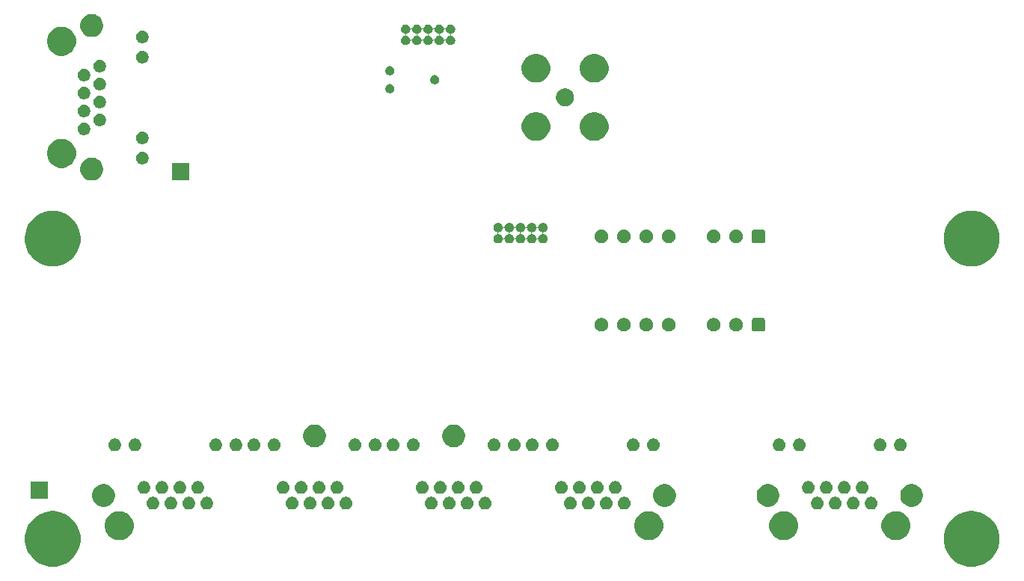
<source format=gbs>
G04 #@! TF.GenerationSoftware,KiCad,Pcbnew,5.0.1-33cea8e~66~ubuntu18.04.1*
G04 #@! TF.CreationDate,2018-11-27T01:50:38+00:00*
G04 #@! TF.ProjectId,proto_switch_sensor_r1_panel,70726F746F5F7377697463685F73656E,1*
G04 #@! TF.SameCoordinates,Original*
G04 #@! TF.FileFunction,Soldermask,Bot*
G04 #@! TF.FilePolarity,Negative*
%FSLAX46Y46*%
G04 Gerber Fmt 4.6, Leading zero omitted, Abs format (unit mm)*
G04 Created by KiCad (PCBNEW 5.0.1-33cea8e~66~ubuntu18.04.1) date Tue 27 Nov 2018 01:50:38 GMT*
%MOMM*%
%LPD*%
G01*
G04 APERTURE LIST*
%ADD10C,0.100000*%
G04 APERTURE END LIST*
D10*
G36*
X188396849Y-152867226D02*
X188918821Y-152971052D01*
X189492085Y-153208506D01*
X190008008Y-153553235D01*
X190446765Y-153991992D01*
X190791494Y-154507915D01*
X191028948Y-155081179D01*
X191150000Y-155689752D01*
X191150000Y-156310248D01*
X191028948Y-156918821D01*
X190791494Y-157492085D01*
X190446765Y-158008008D01*
X190008008Y-158446765D01*
X189492085Y-158791494D01*
X188918821Y-159028948D01*
X188396849Y-159132774D01*
X188310249Y-159150000D01*
X187689751Y-159150000D01*
X187603151Y-159132774D01*
X187081179Y-159028948D01*
X186507915Y-158791494D01*
X185991992Y-158446765D01*
X185553235Y-158008008D01*
X185208506Y-157492085D01*
X184971052Y-156918821D01*
X184850000Y-156310248D01*
X184850000Y-155689752D01*
X184971052Y-155081179D01*
X185208506Y-154507915D01*
X185553235Y-153991992D01*
X185991992Y-153553235D01*
X186507915Y-153208506D01*
X187081179Y-152971052D01*
X187603151Y-152867226D01*
X187689751Y-152850000D01*
X188310249Y-152850000D01*
X188396849Y-152867226D01*
X188396849Y-152867226D01*
G37*
G36*
X84396849Y-152867226D02*
X84918821Y-152971052D01*
X85492085Y-153208506D01*
X86008008Y-153553235D01*
X86446765Y-153991992D01*
X86791494Y-154507915D01*
X87028948Y-155081179D01*
X87150000Y-155689752D01*
X87150000Y-156310248D01*
X87028948Y-156918821D01*
X86791494Y-157492085D01*
X86446765Y-158008008D01*
X86008008Y-158446765D01*
X85492085Y-158791494D01*
X84918821Y-159028948D01*
X84396849Y-159132774D01*
X84310249Y-159150000D01*
X83689751Y-159150000D01*
X83603151Y-159132774D01*
X83081179Y-159028948D01*
X82507915Y-158791494D01*
X81991992Y-158446765D01*
X81553235Y-158008008D01*
X81208506Y-157492085D01*
X80971052Y-156918821D01*
X80850000Y-156310248D01*
X80850000Y-155689752D01*
X80971052Y-155081179D01*
X81208506Y-154507915D01*
X81553235Y-153991992D01*
X81991992Y-153553235D01*
X82507915Y-153208506D01*
X83081179Y-152971052D01*
X83603151Y-152867226D01*
X83689751Y-152850000D01*
X84310249Y-152850000D01*
X84396849Y-152867226D01*
X84396849Y-152867226D01*
G37*
G36*
X92008001Y-152917639D02*
X92008003Y-152917640D01*
X92008004Y-152917640D01*
X92118631Y-152963463D01*
X92307485Y-153041689D01*
X92577012Y-153221781D01*
X92806219Y-153450988D01*
X92986311Y-153720515D01*
X93110361Y-154019999D01*
X93173600Y-154337921D01*
X93173600Y-154662079D01*
X93110361Y-154980001D01*
X92986311Y-155279485D01*
X92806219Y-155549012D01*
X92577012Y-155778219D01*
X92307485Y-155958311D01*
X92130750Y-156031517D01*
X92008004Y-156082360D01*
X92008003Y-156082360D01*
X92008001Y-156082361D01*
X91690079Y-156145600D01*
X91365921Y-156145600D01*
X91047999Y-156082361D01*
X91047997Y-156082360D01*
X91047996Y-156082360D01*
X90925250Y-156031517D01*
X90748515Y-155958311D01*
X90478988Y-155778219D01*
X90249781Y-155549012D01*
X90069689Y-155279485D01*
X89945639Y-154980001D01*
X89882400Y-154662079D01*
X89882400Y-154337921D01*
X89945639Y-154019999D01*
X90069689Y-153720515D01*
X90249781Y-153450988D01*
X90478988Y-153221781D01*
X90748515Y-153041689D01*
X90937369Y-152963463D01*
X91047996Y-152917640D01*
X91047997Y-152917640D01*
X91047999Y-152917639D01*
X91365921Y-152854400D01*
X91690079Y-152854400D01*
X92008001Y-152917639D01*
X92008001Y-152917639D01*
G37*
G36*
X151948001Y-152917639D02*
X151948003Y-152917640D01*
X151948004Y-152917640D01*
X152058631Y-152963463D01*
X152247485Y-153041689D01*
X152517012Y-153221781D01*
X152746219Y-153450988D01*
X152926311Y-153720515D01*
X153050361Y-154019999D01*
X153113600Y-154337921D01*
X153113600Y-154662079D01*
X153050361Y-154980001D01*
X152926311Y-155279485D01*
X152746219Y-155549012D01*
X152517012Y-155778219D01*
X152247485Y-155958311D01*
X152070750Y-156031517D01*
X151948004Y-156082360D01*
X151948003Y-156082360D01*
X151948001Y-156082361D01*
X151630079Y-156145600D01*
X151305921Y-156145600D01*
X150987999Y-156082361D01*
X150987997Y-156082360D01*
X150987996Y-156082360D01*
X150865250Y-156031517D01*
X150688515Y-155958311D01*
X150418988Y-155778219D01*
X150189781Y-155549012D01*
X150009689Y-155279485D01*
X149885639Y-154980001D01*
X149822400Y-154662079D01*
X149822400Y-154337921D01*
X149885639Y-154019999D01*
X150009689Y-153720515D01*
X150189781Y-153450988D01*
X150418988Y-153221781D01*
X150688515Y-153041689D01*
X150877369Y-152963463D01*
X150987996Y-152917640D01*
X150987997Y-152917640D01*
X150987999Y-152917639D01*
X151305921Y-152854400D01*
X151630079Y-152854400D01*
X151948001Y-152917639D01*
X151948001Y-152917639D01*
G37*
G36*
X167230001Y-152917639D02*
X167230003Y-152917640D01*
X167230004Y-152917640D01*
X167340631Y-152963463D01*
X167529485Y-153041689D01*
X167799012Y-153221781D01*
X168028219Y-153450988D01*
X168208311Y-153720515D01*
X168332361Y-154019999D01*
X168395600Y-154337921D01*
X168395600Y-154662079D01*
X168332361Y-154980001D01*
X168208311Y-155279485D01*
X168028219Y-155549012D01*
X167799012Y-155778219D01*
X167529485Y-155958311D01*
X167352750Y-156031517D01*
X167230004Y-156082360D01*
X167230003Y-156082360D01*
X167230001Y-156082361D01*
X166912079Y-156145600D01*
X166587921Y-156145600D01*
X166269999Y-156082361D01*
X166269997Y-156082360D01*
X166269996Y-156082360D01*
X166147250Y-156031517D01*
X165970515Y-155958311D01*
X165700988Y-155778219D01*
X165471781Y-155549012D01*
X165291689Y-155279485D01*
X165167639Y-154980001D01*
X165104400Y-154662079D01*
X165104400Y-154337921D01*
X165167639Y-154019999D01*
X165291689Y-153720515D01*
X165471781Y-153450988D01*
X165700988Y-153221781D01*
X165970515Y-153041689D01*
X166159369Y-152963463D01*
X166269996Y-152917640D01*
X166269997Y-152917640D01*
X166269999Y-152917639D01*
X166587921Y-152854400D01*
X166912079Y-152854400D01*
X167230001Y-152917639D01*
X167230001Y-152917639D01*
G37*
G36*
X179930001Y-152917639D02*
X179930003Y-152917640D01*
X179930004Y-152917640D01*
X180040631Y-152963463D01*
X180229485Y-153041689D01*
X180499012Y-153221781D01*
X180728219Y-153450988D01*
X180908311Y-153720515D01*
X181032361Y-154019999D01*
X181095600Y-154337921D01*
X181095600Y-154662079D01*
X181032361Y-154980001D01*
X180908311Y-155279485D01*
X180728219Y-155549012D01*
X180499012Y-155778219D01*
X180229485Y-155958311D01*
X180052750Y-156031517D01*
X179930004Y-156082360D01*
X179930003Y-156082360D01*
X179930001Y-156082361D01*
X179612079Y-156145600D01*
X179287921Y-156145600D01*
X178969999Y-156082361D01*
X178969997Y-156082360D01*
X178969996Y-156082360D01*
X178847250Y-156031517D01*
X178670515Y-155958311D01*
X178400988Y-155778219D01*
X178171781Y-155549012D01*
X177991689Y-155279485D01*
X177867639Y-154980001D01*
X177804400Y-154662079D01*
X177804400Y-154337921D01*
X177867639Y-154019999D01*
X177991689Y-153720515D01*
X178171781Y-153450988D01*
X178400988Y-153221781D01*
X178670515Y-153041689D01*
X178859369Y-152963463D01*
X178969996Y-152917640D01*
X178969997Y-152917640D01*
X178969999Y-152917639D01*
X179287921Y-152854400D01*
X179612079Y-152854400D01*
X179930001Y-152917639D01*
X179930001Y-152917639D01*
G37*
G36*
X176866015Y-151267668D02*
X176997049Y-151321944D01*
X177114975Y-151400740D01*
X177215260Y-151501025D01*
X177294056Y-151618951D01*
X177348332Y-151749985D01*
X177376000Y-151889085D01*
X177376000Y-152030915D01*
X177348332Y-152170015D01*
X177294056Y-152301049D01*
X177215260Y-152418975D01*
X177114975Y-152519260D01*
X176997049Y-152598056D01*
X176866015Y-152652332D01*
X176726915Y-152680000D01*
X176585085Y-152680000D01*
X176445985Y-152652332D01*
X176314951Y-152598056D01*
X176197025Y-152519260D01*
X176096740Y-152418975D01*
X176017944Y-152301049D01*
X175963668Y-152170015D01*
X175936000Y-152030915D01*
X175936000Y-151889085D01*
X175963668Y-151749985D01*
X176017944Y-151618951D01*
X176096740Y-151501025D01*
X176197025Y-151400740D01*
X176314951Y-151321944D01*
X176445985Y-151267668D01*
X176585085Y-151240000D01*
X176726915Y-151240000D01*
X176866015Y-151267668D01*
X176866015Y-151267668D01*
G37*
G36*
X101644015Y-151267668D02*
X101775049Y-151321944D01*
X101892975Y-151400740D01*
X101993260Y-151501025D01*
X102072056Y-151618951D01*
X102126332Y-151749985D01*
X102154000Y-151889085D01*
X102154000Y-152030915D01*
X102126332Y-152170015D01*
X102072056Y-152301049D01*
X101993260Y-152418975D01*
X101892975Y-152519260D01*
X101775049Y-152598056D01*
X101644015Y-152652332D01*
X101504915Y-152680000D01*
X101363085Y-152680000D01*
X101223985Y-152652332D01*
X101092951Y-152598056D01*
X100975025Y-152519260D01*
X100874740Y-152418975D01*
X100795944Y-152301049D01*
X100741668Y-152170015D01*
X100714000Y-152030915D01*
X100714000Y-151889085D01*
X100741668Y-151749985D01*
X100795944Y-151618951D01*
X100874740Y-151501025D01*
X100975025Y-151400740D01*
X101092951Y-151321944D01*
X101223985Y-151267668D01*
X101363085Y-151240000D01*
X101504915Y-151240000D01*
X101644015Y-151267668D01*
X101644015Y-151267668D01*
G37*
G36*
X99612015Y-151267668D02*
X99743049Y-151321944D01*
X99860975Y-151400740D01*
X99961260Y-151501025D01*
X100040056Y-151618951D01*
X100094332Y-151749985D01*
X100122000Y-151889085D01*
X100122000Y-152030915D01*
X100094332Y-152170015D01*
X100040056Y-152301049D01*
X99961260Y-152418975D01*
X99860975Y-152519260D01*
X99743049Y-152598056D01*
X99612015Y-152652332D01*
X99472915Y-152680000D01*
X99331085Y-152680000D01*
X99191985Y-152652332D01*
X99060951Y-152598056D01*
X98943025Y-152519260D01*
X98842740Y-152418975D01*
X98763944Y-152301049D01*
X98709668Y-152170015D01*
X98682000Y-152030915D01*
X98682000Y-151889085D01*
X98709668Y-151749985D01*
X98763944Y-151618951D01*
X98842740Y-151501025D01*
X98943025Y-151400740D01*
X99060951Y-151321944D01*
X99191985Y-151267668D01*
X99331085Y-151240000D01*
X99472915Y-151240000D01*
X99612015Y-151267668D01*
X99612015Y-151267668D01*
G37*
G36*
X97580015Y-151267668D02*
X97711049Y-151321944D01*
X97828975Y-151400740D01*
X97929260Y-151501025D01*
X98008056Y-151618951D01*
X98062332Y-151749985D01*
X98090000Y-151889085D01*
X98090000Y-152030915D01*
X98062332Y-152170015D01*
X98008056Y-152301049D01*
X97929260Y-152418975D01*
X97828975Y-152519260D01*
X97711049Y-152598056D01*
X97580015Y-152652332D01*
X97440915Y-152680000D01*
X97299085Y-152680000D01*
X97159985Y-152652332D01*
X97028951Y-152598056D01*
X96911025Y-152519260D01*
X96810740Y-152418975D01*
X96731944Y-152301049D01*
X96677668Y-152170015D01*
X96650000Y-152030915D01*
X96650000Y-151889085D01*
X96677668Y-151749985D01*
X96731944Y-151618951D01*
X96810740Y-151501025D01*
X96911025Y-151400740D01*
X97028951Y-151321944D01*
X97159985Y-151267668D01*
X97299085Y-151240000D01*
X97440915Y-151240000D01*
X97580015Y-151267668D01*
X97580015Y-151267668D01*
G37*
G36*
X95548015Y-151267668D02*
X95679049Y-151321944D01*
X95796975Y-151400740D01*
X95897260Y-151501025D01*
X95976056Y-151618951D01*
X96030332Y-151749985D01*
X96058000Y-151889085D01*
X96058000Y-152030915D01*
X96030332Y-152170015D01*
X95976056Y-152301049D01*
X95897260Y-152418975D01*
X95796975Y-152519260D01*
X95679049Y-152598056D01*
X95548015Y-152652332D01*
X95408915Y-152680000D01*
X95267085Y-152680000D01*
X95127985Y-152652332D01*
X94996951Y-152598056D01*
X94879025Y-152519260D01*
X94778740Y-152418975D01*
X94699944Y-152301049D01*
X94645668Y-152170015D01*
X94618000Y-152030915D01*
X94618000Y-151889085D01*
X94645668Y-151749985D01*
X94699944Y-151618951D01*
X94778740Y-151501025D01*
X94879025Y-151400740D01*
X94996951Y-151321944D01*
X95127985Y-151267668D01*
X95267085Y-151240000D01*
X95408915Y-151240000D01*
X95548015Y-151267668D01*
X95548015Y-151267668D01*
G37*
G36*
X117394015Y-151267668D02*
X117525049Y-151321944D01*
X117642975Y-151400740D01*
X117743260Y-151501025D01*
X117822056Y-151618951D01*
X117876332Y-151749985D01*
X117904000Y-151889085D01*
X117904000Y-152030915D01*
X117876332Y-152170015D01*
X117822056Y-152301049D01*
X117743260Y-152418975D01*
X117642975Y-152519260D01*
X117525049Y-152598056D01*
X117394015Y-152652332D01*
X117254915Y-152680000D01*
X117113085Y-152680000D01*
X116973985Y-152652332D01*
X116842951Y-152598056D01*
X116725025Y-152519260D01*
X116624740Y-152418975D01*
X116545944Y-152301049D01*
X116491668Y-152170015D01*
X116464000Y-152030915D01*
X116464000Y-151889085D01*
X116491668Y-151749985D01*
X116545944Y-151618951D01*
X116624740Y-151501025D01*
X116725025Y-151400740D01*
X116842951Y-151321944D01*
X116973985Y-151267668D01*
X117113085Y-151240000D01*
X117254915Y-151240000D01*
X117394015Y-151267668D01*
X117394015Y-151267668D01*
G37*
G36*
X133144015Y-151267668D02*
X133275049Y-151321944D01*
X133392975Y-151400740D01*
X133493260Y-151501025D01*
X133572056Y-151618951D01*
X133626332Y-151749985D01*
X133654000Y-151889085D01*
X133654000Y-152030915D01*
X133626332Y-152170015D01*
X133572056Y-152301049D01*
X133493260Y-152418975D01*
X133392975Y-152519260D01*
X133275049Y-152598056D01*
X133144015Y-152652332D01*
X133004915Y-152680000D01*
X132863085Y-152680000D01*
X132723985Y-152652332D01*
X132592951Y-152598056D01*
X132475025Y-152519260D01*
X132374740Y-152418975D01*
X132295944Y-152301049D01*
X132241668Y-152170015D01*
X132214000Y-152030915D01*
X132214000Y-151889085D01*
X132241668Y-151749985D01*
X132295944Y-151618951D01*
X132374740Y-151501025D01*
X132475025Y-151400740D01*
X132592951Y-151321944D01*
X132723985Y-151267668D01*
X132863085Y-151240000D01*
X133004915Y-151240000D01*
X133144015Y-151267668D01*
X133144015Y-151267668D01*
G37*
G36*
X148894015Y-151267668D02*
X149025049Y-151321944D01*
X149142975Y-151400740D01*
X149243260Y-151501025D01*
X149322056Y-151618951D01*
X149376332Y-151749985D01*
X149404000Y-151889085D01*
X149404000Y-152030915D01*
X149376332Y-152170015D01*
X149322056Y-152301049D01*
X149243260Y-152418975D01*
X149142975Y-152519260D01*
X149025049Y-152598056D01*
X148894015Y-152652332D01*
X148754915Y-152680000D01*
X148613085Y-152680000D01*
X148473985Y-152652332D01*
X148342951Y-152598056D01*
X148225025Y-152519260D01*
X148124740Y-152418975D01*
X148045944Y-152301049D01*
X147991668Y-152170015D01*
X147964000Y-152030915D01*
X147964000Y-151889085D01*
X147991668Y-151749985D01*
X148045944Y-151618951D01*
X148124740Y-151501025D01*
X148225025Y-151400740D01*
X148342951Y-151321944D01*
X148473985Y-151267668D01*
X148613085Y-151240000D01*
X148754915Y-151240000D01*
X148894015Y-151267668D01*
X148894015Y-151267668D01*
G37*
G36*
X172802015Y-151267668D02*
X172933049Y-151321944D01*
X173050975Y-151400740D01*
X173151260Y-151501025D01*
X173230056Y-151618951D01*
X173284332Y-151749985D01*
X173312000Y-151889085D01*
X173312000Y-152030915D01*
X173284332Y-152170015D01*
X173230056Y-152301049D01*
X173151260Y-152418975D01*
X173050975Y-152519260D01*
X172933049Y-152598056D01*
X172802015Y-152652332D01*
X172662915Y-152680000D01*
X172521085Y-152680000D01*
X172381985Y-152652332D01*
X172250951Y-152598056D01*
X172133025Y-152519260D01*
X172032740Y-152418975D01*
X171953944Y-152301049D01*
X171899668Y-152170015D01*
X171872000Y-152030915D01*
X171872000Y-151889085D01*
X171899668Y-151749985D01*
X171953944Y-151618951D01*
X172032740Y-151501025D01*
X172133025Y-151400740D01*
X172250951Y-151321944D01*
X172381985Y-151267668D01*
X172521085Y-151240000D01*
X172662915Y-151240000D01*
X172802015Y-151267668D01*
X172802015Y-151267668D01*
G37*
G36*
X174834015Y-151267668D02*
X174965049Y-151321944D01*
X175082975Y-151400740D01*
X175183260Y-151501025D01*
X175262056Y-151618951D01*
X175316332Y-151749985D01*
X175344000Y-151889085D01*
X175344000Y-152030915D01*
X175316332Y-152170015D01*
X175262056Y-152301049D01*
X175183260Y-152418975D01*
X175082975Y-152519260D01*
X174965049Y-152598056D01*
X174834015Y-152652332D01*
X174694915Y-152680000D01*
X174553085Y-152680000D01*
X174413985Y-152652332D01*
X174282951Y-152598056D01*
X174165025Y-152519260D01*
X174064740Y-152418975D01*
X173985944Y-152301049D01*
X173931668Y-152170015D01*
X173904000Y-152030915D01*
X173904000Y-151889085D01*
X173931668Y-151749985D01*
X173985944Y-151618951D01*
X174064740Y-151501025D01*
X174165025Y-151400740D01*
X174282951Y-151321944D01*
X174413985Y-151267668D01*
X174553085Y-151240000D01*
X174694915Y-151240000D01*
X174834015Y-151267668D01*
X174834015Y-151267668D01*
G37*
G36*
X146862015Y-151267668D02*
X146993049Y-151321944D01*
X147110975Y-151400740D01*
X147211260Y-151501025D01*
X147290056Y-151618951D01*
X147344332Y-151749985D01*
X147372000Y-151889085D01*
X147372000Y-152030915D01*
X147344332Y-152170015D01*
X147290056Y-152301049D01*
X147211260Y-152418975D01*
X147110975Y-152519260D01*
X146993049Y-152598056D01*
X146862015Y-152652332D01*
X146722915Y-152680000D01*
X146581085Y-152680000D01*
X146441985Y-152652332D01*
X146310951Y-152598056D01*
X146193025Y-152519260D01*
X146092740Y-152418975D01*
X146013944Y-152301049D01*
X145959668Y-152170015D01*
X145932000Y-152030915D01*
X145932000Y-151889085D01*
X145959668Y-151749985D01*
X146013944Y-151618951D01*
X146092740Y-151501025D01*
X146193025Y-151400740D01*
X146310951Y-151321944D01*
X146441985Y-151267668D01*
X146581085Y-151240000D01*
X146722915Y-151240000D01*
X146862015Y-151267668D01*
X146862015Y-151267668D01*
G37*
G36*
X170770015Y-151267668D02*
X170901049Y-151321944D01*
X171018975Y-151400740D01*
X171119260Y-151501025D01*
X171198056Y-151618951D01*
X171252332Y-151749985D01*
X171280000Y-151889085D01*
X171280000Y-152030915D01*
X171252332Y-152170015D01*
X171198056Y-152301049D01*
X171119260Y-152418975D01*
X171018975Y-152519260D01*
X170901049Y-152598056D01*
X170770015Y-152652332D01*
X170630915Y-152680000D01*
X170489085Y-152680000D01*
X170349985Y-152652332D01*
X170218951Y-152598056D01*
X170101025Y-152519260D01*
X170000740Y-152418975D01*
X169921944Y-152301049D01*
X169867668Y-152170015D01*
X169840000Y-152030915D01*
X169840000Y-151889085D01*
X169867668Y-151749985D01*
X169921944Y-151618951D01*
X170000740Y-151501025D01*
X170101025Y-151400740D01*
X170218951Y-151321944D01*
X170349985Y-151267668D01*
X170489085Y-151240000D01*
X170630915Y-151240000D01*
X170770015Y-151267668D01*
X170770015Y-151267668D01*
G37*
G36*
X129080015Y-151267668D02*
X129211049Y-151321944D01*
X129328975Y-151400740D01*
X129429260Y-151501025D01*
X129508056Y-151618951D01*
X129562332Y-151749985D01*
X129590000Y-151889085D01*
X129590000Y-152030915D01*
X129562332Y-152170015D01*
X129508056Y-152301049D01*
X129429260Y-152418975D01*
X129328975Y-152519260D01*
X129211049Y-152598056D01*
X129080015Y-152652332D01*
X128940915Y-152680000D01*
X128799085Y-152680000D01*
X128659985Y-152652332D01*
X128528951Y-152598056D01*
X128411025Y-152519260D01*
X128310740Y-152418975D01*
X128231944Y-152301049D01*
X128177668Y-152170015D01*
X128150000Y-152030915D01*
X128150000Y-151889085D01*
X128177668Y-151749985D01*
X128231944Y-151618951D01*
X128310740Y-151501025D01*
X128411025Y-151400740D01*
X128528951Y-151321944D01*
X128659985Y-151267668D01*
X128799085Y-151240000D01*
X128940915Y-151240000D01*
X129080015Y-151267668D01*
X129080015Y-151267668D01*
G37*
G36*
X144830015Y-151267668D02*
X144961049Y-151321944D01*
X145078975Y-151400740D01*
X145179260Y-151501025D01*
X145258056Y-151618951D01*
X145312332Y-151749985D01*
X145340000Y-151889085D01*
X145340000Y-152030915D01*
X145312332Y-152170015D01*
X145258056Y-152301049D01*
X145179260Y-152418975D01*
X145078975Y-152519260D01*
X144961049Y-152598056D01*
X144830015Y-152652332D01*
X144690915Y-152680000D01*
X144549085Y-152680000D01*
X144409985Y-152652332D01*
X144278951Y-152598056D01*
X144161025Y-152519260D01*
X144060740Y-152418975D01*
X143981944Y-152301049D01*
X143927668Y-152170015D01*
X143900000Y-152030915D01*
X143900000Y-151889085D01*
X143927668Y-151749985D01*
X143981944Y-151618951D01*
X144060740Y-151501025D01*
X144161025Y-151400740D01*
X144278951Y-151321944D01*
X144409985Y-151267668D01*
X144549085Y-151240000D01*
X144690915Y-151240000D01*
X144830015Y-151267668D01*
X144830015Y-151267668D01*
G37*
G36*
X111298015Y-151267668D02*
X111429049Y-151321944D01*
X111546975Y-151400740D01*
X111647260Y-151501025D01*
X111726056Y-151618951D01*
X111780332Y-151749985D01*
X111808000Y-151889085D01*
X111808000Y-152030915D01*
X111780332Y-152170015D01*
X111726056Y-152301049D01*
X111647260Y-152418975D01*
X111546975Y-152519260D01*
X111429049Y-152598056D01*
X111298015Y-152652332D01*
X111158915Y-152680000D01*
X111017085Y-152680000D01*
X110877985Y-152652332D01*
X110746951Y-152598056D01*
X110629025Y-152519260D01*
X110528740Y-152418975D01*
X110449944Y-152301049D01*
X110395668Y-152170015D01*
X110368000Y-152030915D01*
X110368000Y-151889085D01*
X110395668Y-151749985D01*
X110449944Y-151618951D01*
X110528740Y-151501025D01*
X110629025Y-151400740D01*
X110746951Y-151321944D01*
X110877985Y-151267668D01*
X111017085Y-151240000D01*
X111158915Y-151240000D01*
X111298015Y-151267668D01*
X111298015Y-151267668D01*
G37*
G36*
X127048015Y-151267668D02*
X127179049Y-151321944D01*
X127296975Y-151400740D01*
X127397260Y-151501025D01*
X127476056Y-151618951D01*
X127530332Y-151749985D01*
X127558000Y-151889085D01*
X127558000Y-152030915D01*
X127530332Y-152170015D01*
X127476056Y-152301049D01*
X127397260Y-152418975D01*
X127296975Y-152519260D01*
X127179049Y-152598056D01*
X127048015Y-152652332D01*
X126908915Y-152680000D01*
X126767085Y-152680000D01*
X126627985Y-152652332D01*
X126496951Y-152598056D01*
X126379025Y-152519260D01*
X126278740Y-152418975D01*
X126199944Y-152301049D01*
X126145668Y-152170015D01*
X126118000Y-152030915D01*
X126118000Y-151889085D01*
X126145668Y-151749985D01*
X126199944Y-151618951D01*
X126278740Y-151501025D01*
X126379025Y-151400740D01*
X126496951Y-151321944D01*
X126627985Y-151267668D01*
X126767085Y-151240000D01*
X126908915Y-151240000D01*
X127048015Y-151267668D01*
X127048015Y-151267668D01*
G37*
G36*
X142798015Y-151267668D02*
X142929049Y-151321944D01*
X143046975Y-151400740D01*
X143147260Y-151501025D01*
X143226056Y-151618951D01*
X143280332Y-151749985D01*
X143308000Y-151889085D01*
X143308000Y-152030915D01*
X143280332Y-152170015D01*
X143226056Y-152301049D01*
X143147260Y-152418975D01*
X143046975Y-152519260D01*
X142929049Y-152598056D01*
X142798015Y-152652332D01*
X142658915Y-152680000D01*
X142517085Y-152680000D01*
X142377985Y-152652332D01*
X142246951Y-152598056D01*
X142129025Y-152519260D01*
X142028740Y-152418975D01*
X141949944Y-152301049D01*
X141895668Y-152170015D01*
X141868000Y-152030915D01*
X141868000Y-151889085D01*
X141895668Y-151749985D01*
X141949944Y-151618951D01*
X142028740Y-151501025D01*
X142129025Y-151400740D01*
X142246951Y-151321944D01*
X142377985Y-151267668D01*
X142517085Y-151240000D01*
X142658915Y-151240000D01*
X142798015Y-151267668D01*
X142798015Y-151267668D01*
G37*
G36*
X115362015Y-151267668D02*
X115493049Y-151321944D01*
X115610975Y-151400740D01*
X115711260Y-151501025D01*
X115790056Y-151618951D01*
X115844332Y-151749985D01*
X115872000Y-151889085D01*
X115872000Y-152030915D01*
X115844332Y-152170015D01*
X115790056Y-152301049D01*
X115711260Y-152418975D01*
X115610975Y-152519260D01*
X115493049Y-152598056D01*
X115362015Y-152652332D01*
X115222915Y-152680000D01*
X115081085Y-152680000D01*
X114941985Y-152652332D01*
X114810951Y-152598056D01*
X114693025Y-152519260D01*
X114592740Y-152418975D01*
X114513944Y-152301049D01*
X114459668Y-152170015D01*
X114432000Y-152030915D01*
X114432000Y-151889085D01*
X114459668Y-151749985D01*
X114513944Y-151618951D01*
X114592740Y-151501025D01*
X114693025Y-151400740D01*
X114810951Y-151321944D01*
X114941985Y-151267668D01*
X115081085Y-151240000D01*
X115222915Y-151240000D01*
X115362015Y-151267668D01*
X115362015Y-151267668D01*
G37*
G36*
X113330015Y-151267668D02*
X113461049Y-151321944D01*
X113578975Y-151400740D01*
X113679260Y-151501025D01*
X113758056Y-151618951D01*
X113812332Y-151749985D01*
X113840000Y-151889085D01*
X113840000Y-152030915D01*
X113812332Y-152170015D01*
X113758056Y-152301049D01*
X113679260Y-152418975D01*
X113578975Y-152519260D01*
X113461049Y-152598056D01*
X113330015Y-152652332D01*
X113190915Y-152680000D01*
X113049085Y-152680000D01*
X112909985Y-152652332D01*
X112778951Y-152598056D01*
X112661025Y-152519260D01*
X112560740Y-152418975D01*
X112481944Y-152301049D01*
X112427668Y-152170015D01*
X112400000Y-152030915D01*
X112400000Y-151889085D01*
X112427668Y-151749985D01*
X112481944Y-151618951D01*
X112560740Y-151501025D01*
X112661025Y-151400740D01*
X112778951Y-151321944D01*
X112909985Y-151267668D01*
X113049085Y-151240000D01*
X113190915Y-151240000D01*
X113330015Y-151267668D01*
X113330015Y-151267668D01*
G37*
G36*
X131112015Y-151267668D02*
X131243049Y-151321944D01*
X131360975Y-151400740D01*
X131461260Y-151501025D01*
X131540056Y-151618951D01*
X131594332Y-151749985D01*
X131622000Y-151889085D01*
X131622000Y-152030915D01*
X131594332Y-152170015D01*
X131540056Y-152301049D01*
X131461260Y-152418975D01*
X131360975Y-152519260D01*
X131243049Y-152598056D01*
X131112015Y-152652332D01*
X130972915Y-152680000D01*
X130831085Y-152680000D01*
X130691985Y-152652332D01*
X130560951Y-152598056D01*
X130443025Y-152519260D01*
X130342740Y-152418975D01*
X130263944Y-152301049D01*
X130209668Y-152170015D01*
X130182000Y-152030915D01*
X130182000Y-151889085D01*
X130209668Y-151749985D01*
X130263944Y-151618951D01*
X130342740Y-151501025D01*
X130443025Y-151400740D01*
X130560951Y-151321944D01*
X130691985Y-151267668D01*
X130831085Y-151240000D01*
X130972915Y-151240000D01*
X131112015Y-151267668D01*
X131112015Y-151267668D01*
G37*
G36*
X153626277Y-149830573D02*
X153861045Y-149927817D01*
X154072330Y-150068993D01*
X154252007Y-150248670D01*
X154393183Y-150459955D01*
X154490427Y-150694723D01*
X154540000Y-150943945D01*
X154540000Y-151198055D01*
X154490427Y-151447277D01*
X154393183Y-151682045D01*
X154252007Y-151893330D01*
X154072330Y-152073007D01*
X153861045Y-152214183D01*
X153626277Y-152311427D01*
X153377055Y-152361000D01*
X153122945Y-152361000D01*
X152873723Y-152311427D01*
X152638955Y-152214183D01*
X152427670Y-152073007D01*
X152247993Y-151893330D01*
X152106817Y-151682045D01*
X152009573Y-151447277D01*
X151960000Y-151198055D01*
X151960000Y-150943945D01*
X152009573Y-150694723D01*
X152106817Y-150459955D01*
X152247993Y-150248670D01*
X152427670Y-150068993D01*
X152638955Y-149927817D01*
X152873723Y-149830573D01*
X153122945Y-149781000D01*
X153377055Y-149781000D01*
X153626277Y-149830573D01*
X153626277Y-149830573D01*
G37*
G36*
X181604277Y-149830573D02*
X181839045Y-149927817D01*
X182050330Y-150068993D01*
X182230007Y-150248670D01*
X182371183Y-150459955D01*
X182468427Y-150694723D01*
X182518000Y-150943945D01*
X182518000Y-151198055D01*
X182468427Y-151447277D01*
X182371183Y-151682045D01*
X182230007Y-151893330D01*
X182050330Y-152073007D01*
X181839045Y-152214183D01*
X181604277Y-152311427D01*
X181355055Y-152361000D01*
X181100945Y-152361000D01*
X180851723Y-152311427D01*
X180616955Y-152214183D01*
X180405670Y-152073007D01*
X180225993Y-151893330D01*
X180084817Y-151682045D01*
X179987573Y-151447277D01*
X179938000Y-151198055D01*
X179938000Y-150943945D01*
X179987573Y-150694723D01*
X180084817Y-150459955D01*
X180225993Y-150248670D01*
X180405670Y-150068993D01*
X180616955Y-149927817D01*
X180851723Y-149830573D01*
X181100945Y-149781000D01*
X181355055Y-149781000D01*
X181604277Y-149830573D01*
X181604277Y-149830573D01*
G37*
G36*
X165348277Y-149830573D02*
X165583045Y-149927817D01*
X165794330Y-150068993D01*
X165974007Y-150248670D01*
X166115183Y-150459955D01*
X166212427Y-150694723D01*
X166262000Y-150943945D01*
X166262000Y-151198055D01*
X166212427Y-151447277D01*
X166115183Y-151682045D01*
X165974007Y-151893330D01*
X165794330Y-152073007D01*
X165583045Y-152214183D01*
X165348277Y-152311427D01*
X165099055Y-152361000D01*
X164844945Y-152361000D01*
X164595723Y-152311427D01*
X164360955Y-152214183D01*
X164149670Y-152073007D01*
X163969993Y-151893330D01*
X163828817Y-151682045D01*
X163731573Y-151447277D01*
X163682000Y-151198055D01*
X163682000Y-150943945D01*
X163731573Y-150694723D01*
X163828817Y-150459955D01*
X163969993Y-150248670D01*
X164149670Y-150068993D01*
X164360955Y-149927817D01*
X164595723Y-149830573D01*
X164844945Y-149781000D01*
X165099055Y-149781000D01*
X165348277Y-149830573D01*
X165348277Y-149830573D01*
G37*
G36*
X90126277Y-149830573D02*
X90361045Y-149927817D01*
X90572330Y-150068993D01*
X90752007Y-150248670D01*
X90893183Y-150459955D01*
X90990427Y-150694723D01*
X91040000Y-150943945D01*
X91040000Y-151198055D01*
X90990427Y-151447277D01*
X90893183Y-151682045D01*
X90752007Y-151893330D01*
X90572330Y-152073007D01*
X90361045Y-152214183D01*
X90126277Y-152311427D01*
X89877055Y-152361000D01*
X89622945Y-152361000D01*
X89373723Y-152311427D01*
X89138955Y-152214183D01*
X88927670Y-152073007D01*
X88747993Y-151893330D01*
X88606817Y-151682045D01*
X88509573Y-151447277D01*
X88460000Y-151198055D01*
X88460000Y-150943945D01*
X88509573Y-150694723D01*
X88606817Y-150459955D01*
X88747993Y-150248670D01*
X88927670Y-150068993D01*
X89138955Y-149927817D01*
X89373723Y-149830573D01*
X89622945Y-149781000D01*
X89877055Y-149781000D01*
X90126277Y-149830573D01*
X90126277Y-149830573D01*
G37*
G36*
X83470000Y-151470000D02*
X81530000Y-151470000D01*
X81530000Y-149530000D01*
X83470000Y-149530000D01*
X83470000Y-151470000D01*
X83470000Y-151470000D01*
G37*
G36*
X130096015Y-149489668D02*
X130227049Y-149543944D01*
X130344975Y-149622740D01*
X130445260Y-149723025D01*
X130524056Y-149840951D01*
X130578332Y-149971985D01*
X130606000Y-150111085D01*
X130606000Y-150252915D01*
X130578332Y-150392015D01*
X130524056Y-150523049D01*
X130445260Y-150640975D01*
X130344975Y-150741260D01*
X130227049Y-150820056D01*
X130096015Y-150874332D01*
X129956915Y-150902000D01*
X129815085Y-150902000D01*
X129675985Y-150874332D01*
X129544951Y-150820056D01*
X129427025Y-150741260D01*
X129326740Y-150640975D01*
X129247944Y-150523049D01*
X129193668Y-150392015D01*
X129166000Y-150252915D01*
X129166000Y-150111085D01*
X129193668Y-149971985D01*
X129247944Y-149840951D01*
X129326740Y-149723025D01*
X129427025Y-149622740D01*
X129544951Y-149543944D01*
X129675985Y-149489668D01*
X129815085Y-149462000D01*
X129956915Y-149462000D01*
X130096015Y-149489668D01*
X130096015Y-149489668D01*
G37*
G36*
X132128015Y-149489668D02*
X132259049Y-149543944D01*
X132376975Y-149622740D01*
X132477260Y-149723025D01*
X132556056Y-149840951D01*
X132610332Y-149971985D01*
X132638000Y-150111085D01*
X132638000Y-150252915D01*
X132610332Y-150392015D01*
X132556056Y-150523049D01*
X132477260Y-150640975D01*
X132376975Y-150741260D01*
X132259049Y-150820056D01*
X132128015Y-150874332D01*
X131988915Y-150902000D01*
X131847085Y-150902000D01*
X131707985Y-150874332D01*
X131576951Y-150820056D01*
X131459025Y-150741260D01*
X131358740Y-150640975D01*
X131279944Y-150523049D01*
X131225668Y-150392015D01*
X131198000Y-150252915D01*
X131198000Y-150111085D01*
X131225668Y-149971985D01*
X131279944Y-149840951D01*
X131358740Y-149723025D01*
X131459025Y-149622740D01*
X131576951Y-149543944D01*
X131707985Y-149489668D01*
X131847085Y-149462000D01*
X131988915Y-149462000D01*
X132128015Y-149489668D01*
X132128015Y-149489668D01*
G37*
G36*
X147878015Y-149489668D02*
X148009049Y-149543944D01*
X148126975Y-149622740D01*
X148227260Y-149723025D01*
X148306056Y-149840951D01*
X148360332Y-149971985D01*
X148388000Y-150111085D01*
X148388000Y-150252915D01*
X148360332Y-150392015D01*
X148306056Y-150523049D01*
X148227260Y-150640975D01*
X148126975Y-150741260D01*
X148009049Y-150820056D01*
X147878015Y-150874332D01*
X147738915Y-150902000D01*
X147597085Y-150902000D01*
X147457985Y-150874332D01*
X147326951Y-150820056D01*
X147209025Y-150741260D01*
X147108740Y-150640975D01*
X147029944Y-150523049D01*
X146975668Y-150392015D01*
X146948000Y-150252915D01*
X146948000Y-150111085D01*
X146975668Y-149971985D01*
X147029944Y-149840951D01*
X147108740Y-149723025D01*
X147209025Y-149622740D01*
X147326951Y-149543944D01*
X147457985Y-149489668D01*
X147597085Y-149462000D01*
X147738915Y-149462000D01*
X147878015Y-149489668D01*
X147878015Y-149489668D01*
G37*
G36*
X169754015Y-149489668D02*
X169885049Y-149543944D01*
X170002975Y-149622740D01*
X170103260Y-149723025D01*
X170182056Y-149840951D01*
X170236332Y-149971985D01*
X170264000Y-150111085D01*
X170264000Y-150252915D01*
X170236332Y-150392015D01*
X170182056Y-150523049D01*
X170103260Y-150640975D01*
X170002975Y-150741260D01*
X169885049Y-150820056D01*
X169754015Y-150874332D01*
X169614915Y-150902000D01*
X169473085Y-150902000D01*
X169333985Y-150874332D01*
X169202951Y-150820056D01*
X169085025Y-150741260D01*
X168984740Y-150640975D01*
X168905944Y-150523049D01*
X168851668Y-150392015D01*
X168824000Y-150252915D01*
X168824000Y-150111085D01*
X168851668Y-149971985D01*
X168905944Y-149840951D01*
X168984740Y-149723025D01*
X169085025Y-149622740D01*
X169202951Y-149543944D01*
X169333985Y-149489668D01*
X169473085Y-149462000D01*
X169614915Y-149462000D01*
X169754015Y-149489668D01*
X169754015Y-149489668D01*
G37*
G36*
X173818015Y-149489668D02*
X173949049Y-149543944D01*
X174066975Y-149622740D01*
X174167260Y-149723025D01*
X174246056Y-149840951D01*
X174300332Y-149971985D01*
X174328000Y-150111085D01*
X174328000Y-150252915D01*
X174300332Y-150392015D01*
X174246056Y-150523049D01*
X174167260Y-150640975D01*
X174066975Y-150741260D01*
X173949049Y-150820056D01*
X173818015Y-150874332D01*
X173678915Y-150902000D01*
X173537085Y-150902000D01*
X173397985Y-150874332D01*
X173266951Y-150820056D01*
X173149025Y-150741260D01*
X173048740Y-150640975D01*
X172969944Y-150523049D01*
X172915668Y-150392015D01*
X172888000Y-150252915D01*
X172888000Y-150111085D01*
X172915668Y-149971985D01*
X172969944Y-149840951D01*
X173048740Y-149723025D01*
X173149025Y-149622740D01*
X173266951Y-149543944D01*
X173397985Y-149489668D01*
X173537085Y-149462000D01*
X173678915Y-149462000D01*
X173818015Y-149489668D01*
X173818015Y-149489668D01*
G37*
G36*
X175850015Y-149489668D02*
X175981049Y-149543944D01*
X176098975Y-149622740D01*
X176199260Y-149723025D01*
X176278056Y-149840951D01*
X176332332Y-149971985D01*
X176360000Y-150111085D01*
X176360000Y-150252915D01*
X176332332Y-150392015D01*
X176278056Y-150523049D01*
X176199260Y-150640975D01*
X176098975Y-150741260D01*
X175981049Y-150820056D01*
X175850015Y-150874332D01*
X175710915Y-150902000D01*
X175569085Y-150902000D01*
X175429985Y-150874332D01*
X175298951Y-150820056D01*
X175181025Y-150741260D01*
X175080740Y-150640975D01*
X175001944Y-150523049D01*
X174947668Y-150392015D01*
X174920000Y-150252915D01*
X174920000Y-150111085D01*
X174947668Y-149971985D01*
X175001944Y-149840951D01*
X175080740Y-149723025D01*
X175181025Y-149622740D01*
X175298951Y-149543944D01*
X175429985Y-149489668D01*
X175569085Y-149462000D01*
X175710915Y-149462000D01*
X175850015Y-149489668D01*
X175850015Y-149489668D01*
G37*
G36*
X114346015Y-149489668D02*
X114477049Y-149543944D01*
X114594975Y-149622740D01*
X114695260Y-149723025D01*
X114774056Y-149840951D01*
X114828332Y-149971985D01*
X114856000Y-150111085D01*
X114856000Y-150252915D01*
X114828332Y-150392015D01*
X114774056Y-150523049D01*
X114695260Y-150640975D01*
X114594975Y-150741260D01*
X114477049Y-150820056D01*
X114346015Y-150874332D01*
X114206915Y-150902000D01*
X114065085Y-150902000D01*
X113925985Y-150874332D01*
X113794951Y-150820056D01*
X113677025Y-150741260D01*
X113576740Y-150640975D01*
X113497944Y-150523049D01*
X113443668Y-150392015D01*
X113416000Y-150252915D01*
X113416000Y-150111085D01*
X113443668Y-149971985D01*
X113497944Y-149840951D01*
X113576740Y-149723025D01*
X113677025Y-149622740D01*
X113794951Y-149543944D01*
X113925985Y-149489668D01*
X114065085Y-149462000D01*
X114206915Y-149462000D01*
X114346015Y-149489668D01*
X114346015Y-149489668D01*
G37*
G36*
X94532015Y-149489668D02*
X94663049Y-149543944D01*
X94780975Y-149622740D01*
X94881260Y-149723025D01*
X94960056Y-149840951D01*
X95014332Y-149971985D01*
X95042000Y-150111085D01*
X95042000Y-150252915D01*
X95014332Y-150392015D01*
X94960056Y-150523049D01*
X94881260Y-150640975D01*
X94780975Y-150741260D01*
X94663049Y-150820056D01*
X94532015Y-150874332D01*
X94392915Y-150902000D01*
X94251085Y-150902000D01*
X94111985Y-150874332D01*
X93980951Y-150820056D01*
X93863025Y-150741260D01*
X93762740Y-150640975D01*
X93683944Y-150523049D01*
X93629668Y-150392015D01*
X93602000Y-150252915D01*
X93602000Y-150111085D01*
X93629668Y-149971985D01*
X93683944Y-149840951D01*
X93762740Y-149723025D01*
X93863025Y-149622740D01*
X93980951Y-149543944D01*
X94111985Y-149489668D01*
X94251085Y-149462000D01*
X94392915Y-149462000D01*
X94532015Y-149489668D01*
X94532015Y-149489668D01*
G37*
G36*
X96564015Y-149489668D02*
X96695049Y-149543944D01*
X96812975Y-149622740D01*
X96913260Y-149723025D01*
X96992056Y-149840951D01*
X97046332Y-149971985D01*
X97074000Y-150111085D01*
X97074000Y-150252915D01*
X97046332Y-150392015D01*
X96992056Y-150523049D01*
X96913260Y-150640975D01*
X96812975Y-150741260D01*
X96695049Y-150820056D01*
X96564015Y-150874332D01*
X96424915Y-150902000D01*
X96283085Y-150902000D01*
X96143985Y-150874332D01*
X96012951Y-150820056D01*
X95895025Y-150741260D01*
X95794740Y-150640975D01*
X95715944Y-150523049D01*
X95661668Y-150392015D01*
X95634000Y-150252915D01*
X95634000Y-150111085D01*
X95661668Y-149971985D01*
X95715944Y-149840951D01*
X95794740Y-149723025D01*
X95895025Y-149622740D01*
X96012951Y-149543944D01*
X96143985Y-149489668D01*
X96283085Y-149462000D01*
X96424915Y-149462000D01*
X96564015Y-149489668D01*
X96564015Y-149489668D01*
G37*
G36*
X98596015Y-149489668D02*
X98727049Y-149543944D01*
X98844975Y-149622740D01*
X98945260Y-149723025D01*
X99024056Y-149840951D01*
X99078332Y-149971985D01*
X99106000Y-150111085D01*
X99106000Y-150252915D01*
X99078332Y-150392015D01*
X99024056Y-150523049D01*
X98945260Y-150640975D01*
X98844975Y-150741260D01*
X98727049Y-150820056D01*
X98596015Y-150874332D01*
X98456915Y-150902000D01*
X98315085Y-150902000D01*
X98175985Y-150874332D01*
X98044951Y-150820056D01*
X97927025Y-150741260D01*
X97826740Y-150640975D01*
X97747944Y-150523049D01*
X97693668Y-150392015D01*
X97666000Y-150252915D01*
X97666000Y-150111085D01*
X97693668Y-149971985D01*
X97747944Y-149840951D01*
X97826740Y-149723025D01*
X97927025Y-149622740D01*
X98044951Y-149543944D01*
X98175985Y-149489668D01*
X98315085Y-149462000D01*
X98456915Y-149462000D01*
X98596015Y-149489668D01*
X98596015Y-149489668D01*
G37*
G36*
X171786015Y-149489668D02*
X171917049Y-149543944D01*
X172034975Y-149622740D01*
X172135260Y-149723025D01*
X172214056Y-149840951D01*
X172268332Y-149971985D01*
X172296000Y-150111085D01*
X172296000Y-150252915D01*
X172268332Y-150392015D01*
X172214056Y-150523049D01*
X172135260Y-150640975D01*
X172034975Y-150741260D01*
X171917049Y-150820056D01*
X171786015Y-150874332D01*
X171646915Y-150902000D01*
X171505085Y-150902000D01*
X171365985Y-150874332D01*
X171234951Y-150820056D01*
X171117025Y-150741260D01*
X171016740Y-150640975D01*
X170937944Y-150523049D01*
X170883668Y-150392015D01*
X170856000Y-150252915D01*
X170856000Y-150111085D01*
X170883668Y-149971985D01*
X170937944Y-149840951D01*
X171016740Y-149723025D01*
X171117025Y-149622740D01*
X171234951Y-149543944D01*
X171365985Y-149489668D01*
X171505085Y-149462000D01*
X171646915Y-149462000D01*
X171786015Y-149489668D01*
X171786015Y-149489668D01*
G37*
G36*
X141782015Y-149489668D02*
X141913049Y-149543944D01*
X142030975Y-149622740D01*
X142131260Y-149723025D01*
X142210056Y-149840951D01*
X142264332Y-149971985D01*
X142292000Y-150111085D01*
X142292000Y-150252915D01*
X142264332Y-150392015D01*
X142210056Y-150523049D01*
X142131260Y-150640975D01*
X142030975Y-150741260D01*
X141913049Y-150820056D01*
X141782015Y-150874332D01*
X141642915Y-150902000D01*
X141501085Y-150902000D01*
X141361985Y-150874332D01*
X141230951Y-150820056D01*
X141113025Y-150741260D01*
X141012740Y-150640975D01*
X140933944Y-150523049D01*
X140879668Y-150392015D01*
X140852000Y-150252915D01*
X140852000Y-150111085D01*
X140879668Y-149971985D01*
X140933944Y-149840951D01*
X141012740Y-149723025D01*
X141113025Y-149622740D01*
X141230951Y-149543944D01*
X141361985Y-149489668D01*
X141501085Y-149462000D01*
X141642915Y-149462000D01*
X141782015Y-149489668D01*
X141782015Y-149489668D01*
G37*
G36*
X110282015Y-149489668D02*
X110413049Y-149543944D01*
X110530975Y-149622740D01*
X110631260Y-149723025D01*
X110710056Y-149840951D01*
X110764332Y-149971985D01*
X110792000Y-150111085D01*
X110792000Y-150252915D01*
X110764332Y-150392015D01*
X110710056Y-150523049D01*
X110631260Y-150640975D01*
X110530975Y-150741260D01*
X110413049Y-150820056D01*
X110282015Y-150874332D01*
X110142915Y-150902000D01*
X110001085Y-150902000D01*
X109861985Y-150874332D01*
X109730951Y-150820056D01*
X109613025Y-150741260D01*
X109512740Y-150640975D01*
X109433944Y-150523049D01*
X109379668Y-150392015D01*
X109352000Y-150252915D01*
X109352000Y-150111085D01*
X109379668Y-149971985D01*
X109433944Y-149840951D01*
X109512740Y-149723025D01*
X109613025Y-149622740D01*
X109730951Y-149543944D01*
X109861985Y-149489668D01*
X110001085Y-149462000D01*
X110142915Y-149462000D01*
X110282015Y-149489668D01*
X110282015Y-149489668D01*
G37*
G36*
X143814015Y-149489668D02*
X143945049Y-149543944D01*
X144062975Y-149622740D01*
X144163260Y-149723025D01*
X144242056Y-149840951D01*
X144296332Y-149971985D01*
X144324000Y-150111085D01*
X144324000Y-150252915D01*
X144296332Y-150392015D01*
X144242056Y-150523049D01*
X144163260Y-150640975D01*
X144062975Y-150741260D01*
X143945049Y-150820056D01*
X143814015Y-150874332D01*
X143674915Y-150902000D01*
X143533085Y-150902000D01*
X143393985Y-150874332D01*
X143262951Y-150820056D01*
X143145025Y-150741260D01*
X143044740Y-150640975D01*
X142965944Y-150523049D01*
X142911668Y-150392015D01*
X142884000Y-150252915D01*
X142884000Y-150111085D01*
X142911668Y-149971985D01*
X142965944Y-149840951D01*
X143044740Y-149723025D01*
X143145025Y-149622740D01*
X143262951Y-149543944D01*
X143393985Y-149489668D01*
X143533085Y-149462000D01*
X143674915Y-149462000D01*
X143814015Y-149489668D01*
X143814015Y-149489668D01*
G37*
G36*
X128064015Y-149489668D02*
X128195049Y-149543944D01*
X128312975Y-149622740D01*
X128413260Y-149723025D01*
X128492056Y-149840951D01*
X128546332Y-149971985D01*
X128574000Y-150111085D01*
X128574000Y-150252915D01*
X128546332Y-150392015D01*
X128492056Y-150523049D01*
X128413260Y-150640975D01*
X128312975Y-150741260D01*
X128195049Y-150820056D01*
X128064015Y-150874332D01*
X127924915Y-150902000D01*
X127783085Y-150902000D01*
X127643985Y-150874332D01*
X127512951Y-150820056D01*
X127395025Y-150741260D01*
X127294740Y-150640975D01*
X127215944Y-150523049D01*
X127161668Y-150392015D01*
X127134000Y-150252915D01*
X127134000Y-150111085D01*
X127161668Y-149971985D01*
X127215944Y-149840951D01*
X127294740Y-149723025D01*
X127395025Y-149622740D01*
X127512951Y-149543944D01*
X127643985Y-149489668D01*
X127783085Y-149462000D01*
X127924915Y-149462000D01*
X128064015Y-149489668D01*
X128064015Y-149489668D01*
G37*
G36*
X116378015Y-149489668D02*
X116509049Y-149543944D01*
X116626975Y-149622740D01*
X116727260Y-149723025D01*
X116806056Y-149840951D01*
X116860332Y-149971985D01*
X116888000Y-150111085D01*
X116888000Y-150252915D01*
X116860332Y-150392015D01*
X116806056Y-150523049D01*
X116727260Y-150640975D01*
X116626975Y-150741260D01*
X116509049Y-150820056D01*
X116378015Y-150874332D01*
X116238915Y-150902000D01*
X116097085Y-150902000D01*
X115957985Y-150874332D01*
X115826951Y-150820056D01*
X115709025Y-150741260D01*
X115608740Y-150640975D01*
X115529944Y-150523049D01*
X115475668Y-150392015D01*
X115448000Y-150252915D01*
X115448000Y-150111085D01*
X115475668Y-149971985D01*
X115529944Y-149840951D01*
X115608740Y-149723025D01*
X115709025Y-149622740D01*
X115826951Y-149543944D01*
X115957985Y-149489668D01*
X116097085Y-149462000D01*
X116238915Y-149462000D01*
X116378015Y-149489668D01*
X116378015Y-149489668D01*
G37*
G36*
X126032015Y-149489668D02*
X126163049Y-149543944D01*
X126280975Y-149622740D01*
X126381260Y-149723025D01*
X126460056Y-149840951D01*
X126514332Y-149971985D01*
X126542000Y-150111085D01*
X126542000Y-150252915D01*
X126514332Y-150392015D01*
X126460056Y-150523049D01*
X126381260Y-150640975D01*
X126280975Y-150741260D01*
X126163049Y-150820056D01*
X126032015Y-150874332D01*
X125892915Y-150902000D01*
X125751085Y-150902000D01*
X125611985Y-150874332D01*
X125480951Y-150820056D01*
X125363025Y-150741260D01*
X125262740Y-150640975D01*
X125183944Y-150523049D01*
X125129668Y-150392015D01*
X125102000Y-150252915D01*
X125102000Y-150111085D01*
X125129668Y-149971985D01*
X125183944Y-149840951D01*
X125262740Y-149723025D01*
X125363025Y-149622740D01*
X125480951Y-149543944D01*
X125611985Y-149489668D01*
X125751085Y-149462000D01*
X125892915Y-149462000D01*
X126032015Y-149489668D01*
X126032015Y-149489668D01*
G37*
G36*
X145846015Y-149489668D02*
X145977049Y-149543944D01*
X146094975Y-149622740D01*
X146195260Y-149723025D01*
X146274056Y-149840951D01*
X146328332Y-149971985D01*
X146356000Y-150111085D01*
X146356000Y-150252915D01*
X146328332Y-150392015D01*
X146274056Y-150523049D01*
X146195260Y-150640975D01*
X146094975Y-150741260D01*
X145977049Y-150820056D01*
X145846015Y-150874332D01*
X145706915Y-150902000D01*
X145565085Y-150902000D01*
X145425985Y-150874332D01*
X145294951Y-150820056D01*
X145177025Y-150741260D01*
X145076740Y-150640975D01*
X144997944Y-150523049D01*
X144943668Y-150392015D01*
X144916000Y-150252915D01*
X144916000Y-150111085D01*
X144943668Y-149971985D01*
X144997944Y-149840951D01*
X145076740Y-149723025D01*
X145177025Y-149622740D01*
X145294951Y-149543944D01*
X145425985Y-149489668D01*
X145565085Y-149462000D01*
X145706915Y-149462000D01*
X145846015Y-149489668D01*
X145846015Y-149489668D01*
G37*
G36*
X112314015Y-149489668D02*
X112445049Y-149543944D01*
X112562975Y-149622740D01*
X112663260Y-149723025D01*
X112742056Y-149840951D01*
X112796332Y-149971985D01*
X112824000Y-150111085D01*
X112824000Y-150252915D01*
X112796332Y-150392015D01*
X112742056Y-150523049D01*
X112663260Y-150640975D01*
X112562975Y-150741260D01*
X112445049Y-150820056D01*
X112314015Y-150874332D01*
X112174915Y-150902000D01*
X112033085Y-150902000D01*
X111893985Y-150874332D01*
X111762951Y-150820056D01*
X111645025Y-150741260D01*
X111544740Y-150640975D01*
X111465944Y-150523049D01*
X111411668Y-150392015D01*
X111384000Y-150252915D01*
X111384000Y-150111085D01*
X111411668Y-149971985D01*
X111465944Y-149840951D01*
X111544740Y-149723025D01*
X111645025Y-149622740D01*
X111762951Y-149543944D01*
X111893985Y-149489668D01*
X112033085Y-149462000D01*
X112174915Y-149462000D01*
X112314015Y-149489668D01*
X112314015Y-149489668D01*
G37*
G36*
X100628015Y-149489668D02*
X100759049Y-149543944D01*
X100876975Y-149622740D01*
X100977260Y-149723025D01*
X101056056Y-149840951D01*
X101110332Y-149971985D01*
X101138000Y-150111085D01*
X101138000Y-150252915D01*
X101110332Y-150392015D01*
X101056056Y-150523049D01*
X100977260Y-150640975D01*
X100876975Y-150741260D01*
X100759049Y-150820056D01*
X100628015Y-150874332D01*
X100488915Y-150902000D01*
X100347085Y-150902000D01*
X100207985Y-150874332D01*
X100076951Y-150820056D01*
X99959025Y-150741260D01*
X99858740Y-150640975D01*
X99779944Y-150523049D01*
X99725668Y-150392015D01*
X99698000Y-150252915D01*
X99698000Y-150111085D01*
X99725668Y-149971985D01*
X99779944Y-149840951D01*
X99858740Y-149723025D01*
X99959025Y-149622740D01*
X100076951Y-149543944D01*
X100207985Y-149489668D01*
X100347085Y-149462000D01*
X100488915Y-149462000D01*
X100628015Y-149489668D01*
X100628015Y-149489668D01*
G37*
G36*
X136446015Y-144663668D02*
X136577049Y-144717944D01*
X136694975Y-144796740D01*
X136795260Y-144897025D01*
X136874056Y-145014951D01*
X136928332Y-145145985D01*
X136956000Y-145285085D01*
X136956000Y-145426915D01*
X136928332Y-145566015D01*
X136874056Y-145697049D01*
X136795260Y-145814975D01*
X136694975Y-145915260D01*
X136577049Y-145994056D01*
X136446015Y-146048332D01*
X136306915Y-146076000D01*
X136165085Y-146076000D01*
X136025985Y-146048332D01*
X135894951Y-145994056D01*
X135777025Y-145915260D01*
X135676740Y-145814975D01*
X135597944Y-145697049D01*
X135543668Y-145566015D01*
X135516000Y-145426915D01*
X135516000Y-145285085D01*
X135543668Y-145145985D01*
X135597944Y-145014951D01*
X135676740Y-144897025D01*
X135777025Y-144796740D01*
X135894951Y-144717944D01*
X136025985Y-144663668D01*
X136165085Y-144636000D01*
X136306915Y-144636000D01*
X136446015Y-144663668D01*
X136446015Y-144663668D01*
G37*
G36*
X91230015Y-144663668D02*
X91361049Y-144717944D01*
X91478975Y-144796740D01*
X91579260Y-144897025D01*
X91658056Y-145014951D01*
X91712332Y-145145985D01*
X91740000Y-145285085D01*
X91740000Y-145426915D01*
X91712332Y-145566015D01*
X91658056Y-145697049D01*
X91579260Y-145814975D01*
X91478975Y-145915260D01*
X91361049Y-145994056D01*
X91230015Y-146048332D01*
X91090915Y-146076000D01*
X90949085Y-146076000D01*
X90809985Y-146048332D01*
X90678951Y-145994056D01*
X90561025Y-145915260D01*
X90460740Y-145814975D01*
X90381944Y-145697049D01*
X90327668Y-145566015D01*
X90300000Y-145426915D01*
X90300000Y-145285085D01*
X90327668Y-145145985D01*
X90381944Y-145014951D01*
X90460740Y-144897025D01*
X90561025Y-144796740D01*
X90678951Y-144717944D01*
X90809985Y-144663668D01*
X90949085Y-144636000D01*
X91090915Y-144636000D01*
X91230015Y-144663668D01*
X91230015Y-144663668D01*
G37*
G36*
X104946015Y-144663668D02*
X105077049Y-144717944D01*
X105194975Y-144796740D01*
X105295260Y-144897025D01*
X105374056Y-145014951D01*
X105428332Y-145145985D01*
X105456000Y-145285085D01*
X105456000Y-145426915D01*
X105428332Y-145566015D01*
X105374056Y-145697049D01*
X105295260Y-145814975D01*
X105194975Y-145915260D01*
X105077049Y-145994056D01*
X104946015Y-146048332D01*
X104806915Y-146076000D01*
X104665085Y-146076000D01*
X104525985Y-146048332D01*
X104394951Y-145994056D01*
X104277025Y-145915260D01*
X104176740Y-145814975D01*
X104097944Y-145697049D01*
X104043668Y-145566015D01*
X104016000Y-145426915D01*
X104016000Y-145285085D01*
X104043668Y-145145985D01*
X104097944Y-145014951D01*
X104176740Y-144897025D01*
X104277025Y-144796740D01*
X104394951Y-144717944D01*
X104525985Y-144663668D01*
X104665085Y-144636000D01*
X104806915Y-144636000D01*
X104946015Y-144663668D01*
X104946015Y-144663668D01*
G37*
G36*
X93516015Y-144663668D02*
X93647049Y-144717944D01*
X93764975Y-144796740D01*
X93865260Y-144897025D01*
X93944056Y-145014951D01*
X93998332Y-145145985D01*
X94026000Y-145285085D01*
X94026000Y-145426915D01*
X93998332Y-145566015D01*
X93944056Y-145697049D01*
X93865260Y-145814975D01*
X93764975Y-145915260D01*
X93647049Y-145994056D01*
X93516015Y-146048332D01*
X93376915Y-146076000D01*
X93235085Y-146076000D01*
X93095985Y-146048332D01*
X92964951Y-145994056D01*
X92847025Y-145915260D01*
X92746740Y-145814975D01*
X92667944Y-145697049D01*
X92613668Y-145566015D01*
X92586000Y-145426915D01*
X92586000Y-145285085D01*
X92613668Y-145145985D01*
X92667944Y-145014951D01*
X92746740Y-144897025D01*
X92847025Y-144796740D01*
X92964951Y-144717944D01*
X93095985Y-144663668D01*
X93235085Y-144636000D01*
X93376915Y-144636000D01*
X93516015Y-144663668D01*
X93516015Y-144663668D01*
G37*
G36*
X102660015Y-144663668D02*
X102791049Y-144717944D01*
X102908975Y-144796740D01*
X103009260Y-144897025D01*
X103088056Y-145014951D01*
X103142332Y-145145985D01*
X103170000Y-145285085D01*
X103170000Y-145426915D01*
X103142332Y-145566015D01*
X103088056Y-145697049D01*
X103009260Y-145814975D01*
X102908975Y-145915260D01*
X102791049Y-145994056D01*
X102660015Y-146048332D01*
X102520915Y-146076000D01*
X102379085Y-146076000D01*
X102239985Y-146048332D01*
X102108951Y-145994056D01*
X101991025Y-145915260D01*
X101890740Y-145814975D01*
X101811944Y-145697049D01*
X101757668Y-145566015D01*
X101730000Y-145426915D01*
X101730000Y-145285085D01*
X101757668Y-145145985D01*
X101811944Y-145014951D01*
X101890740Y-144897025D01*
X101991025Y-144796740D01*
X102108951Y-144717944D01*
X102239985Y-144663668D01*
X102379085Y-144636000D01*
X102520915Y-144636000D01*
X102660015Y-144663668D01*
X102660015Y-144663668D01*
G37*
G36*
X134160015Y-144663668D02*
X134291049Y-144717944D01*
X134408975Y-144796740D01*
X134509260Y-144897025D01*
X134588056Y-145014951D01*
X134642332Y-145145985D01*
X134670000Y-145285085D01*
X134670000Y-145426915D01*
X134642332Y-145566015D01*
X134588056Y-145697049D01*
X134509260Y-145814975D01*
X134408975Y-145915260D01*
X134291049Y-145994056D01*
X134160015Y-146048332D01*
X134020915Y-146076000D01*
X133879085Y-146076000D01*
X133739985Y-146048332D01*
X133608951Y-145994056D01*
X133491025Y-145915260D01*
X133390740Y-145814975D01*
X133311944Y-145697049D01*
X133257668Y-145566015D01*
X133230000Y-145426915D01*
X133230000Y-145285085D01*
X133257668Y-145145985D01*
X133311944Y-145014951D01*
X133390740Y-144897025D01*
X133491025Y-144796740D01*
X133608951Y-144717944D01*
X133739985Y-144663668D01*
X133879085Y-144636000D01*
X134020915Y-144636000D01*
X134160015Y-144663668D01*
X134160015Y-144663668D01*
G37*
G36*
X109266015Y-144663668D02*
X109397049Y-144717944D01*
X109514975Y-144796740D01*
X109615260Y-144897025D01*
X109694056Y-145014951D01*
X109748332Y-145145985D01*
X109776000Y-145285085D01*
X109776000Y-145426915D01*
X109748332Y-145566015D01*
X109694056Y-145697049D01*
X109615260Y-145814975D01*
X109514975Y-145915260D01*
X109397049Y-145994056D01*
X109266015Y-146048332D01*
X109126915Y-146076000D01*
X108985085Y-146076000D01*
X108845985Y-146048332D01*
X108714951Y-145994056D01*
X108597025Y-145915260D01*
X108496740Y-145814975D01*
X108417944Y-145697049D01*
X108363668Y-145566015D01*
X108336000Y-145426915D01*
X108336000Y-145285085D01*
X108363668Y-145145985D01*
X108417944Y-145014951D01*
X108496740Y-144897025D01*
X108597025Y-144796740D01*
X108714951Y-144717944D01*
X108845985Y-144663668D01*
X108985085Y-144636000D01*
X109126915Y-144636000D01*
X109266015Y-144663668D01*
X109266015Y-144663668D01*
G37*
G36*
X125016015Y-144663668D02*
X125147049Y-144717944D01*
X125264975Y-144796740D01*
X125365260Y-144897025D01*
X125444056Y-145014951D01*
X125498332Y-145145985D01*
X125526000Y-145285085D01*
X125526000Y-145426915D01*
X125498332Y-145566015D01*
X125444056Y-145697049D01*
X125365260Y-145814975D01*
X125264975Y-145915260D01*
X125147049Y-145994056D01*
X125016015Y-146048332D01*
X124876915Y-146076000D01*
X124735085Y-146076000D01*
X124595985Y-146048332D01*
X124464951Y-145994056D01*
X124347025Y-145915260D01*
X124246740Y-145814975D01*
X124167944Y-145697049D01*
X124113668Y-145566015D01*
X124086000Y-145426915D01*
X124086000Y-145285085D01*
X124113668Y-145145985D01*
X124167944Y-145014951D01*
X124246740Y-144897025D01*
X124347025Y-144796740D01*
X124464951Y-144717944D01*
X124595985Y-144663668D01*
X124735085Y-144636000D01*
X124876915Y-144636000D01*
X125016015Y-144663668D01*
X125016015Y-144663668D01*
G37*
G36*
X106980015Y-144663668D02*
X107111049Y-144717944D01*
X107228975Y-144796740D01*
X107329260Y-144897025D01*
X107408056Y-145014951D01*
X107462332Y-145145985D01*
X107490000Y-145285085D01*
X107490000Y-145426915D01*
X107462332Y-145566015D01*
X107408056Y-145697049D01*
X107329260Y-145814975D01*
X107228975Y-145915260D01*
X107111049Y-145994056D01*
X106980015Y-146048332D01*
X106840915Y-146076000D01*
X106699085Y-146076000D01*
X106559985Y-146048332D01*
X106428951Y-145994056D01*
X106311025Y-145915260D01*
X106210740Y-145814975D01*
X106131944Y-145697049D01*
X106077668Y-145566015D01*
X106050000Y-145426915D01*
X106050000Y-145285085D01*
X106077668Y-145145985D01*
X106131944Y-145014951D01*
X106210740Y-144897025D01*
X106311025Y-144796740D01*
X106428951Y-144717944D01*
X106559985Y-144663668D01*
X106699085Y-144636000D01*
X106840915Y-144636000D01*
X106980015Y-144663668D01*
X106980015Y-144663668D01*
G37*
G36*
X138480015Y-144663668D02*
X138611049Y-144717944D01*
X138728975Y-144796740D01*
X138829260Y-144897025D01*
X138908056Y-145014951D01*
X138962332Y-145145985D01*
X138990000Y-145285085D01*
X138990000Y-145426915D01*
X138962332Y-145566015D01*
X138908056Y-145697049D01*
X138829260Y-145814975D01*
X138728975Y-145915260D01*
X138611049Y-145994056D01*
X138480015Y-146048332D01*
X138340915Y-146076000D01*
X138199085Y-146076000D01*
X138059985Y-146048332D01*
X137928951Y-145994056D01*
X137811025Y-145915260D01*
X137710740Y-145814975D01*
X137631944Y-145697049D01*
X137577668Y-145566015D01*
X137550000Y-145426915D01*
X137550000Y-145285085D01*
X137577668Y-145145985D01*
X137631944Y-145014951D01*
X137710740Y-144897025D01*
X137811025Y-144796740D01*
X137928951Y-144717944D01*
X138059985Y-144663668D01*
X138199085Y-144636000D01*
X138340915Y-144636000D01*
X138480015Y-144663668D01*
X138480015Y-144663668D01*
G37*
G36*
X122730015Y-144663668D02*
X122861049Y-144717944D01*
X122978975Y-144796740D01*
X123079260Y-144897025D01*
X123158056Y-145014951D01*
X123212332Y-145145985D01*
X123240000Y-145285085D01*
X123240000Y-145426915D01*
X123212332Y-145566015D01*
X123158056Y-145697049D01*
X123079260Y-145814975D01*
X122978975Y-145915260D01*
X122861049Y-145994056D01*
X122730015Y-146048332D01*
X122590915Y-146076000D01*
X122449085Y-146076000D01*
X122309985Y-146048332D01*
X122178951Y-145994056D01*
X122061025Y-145915260D01*
X121960740Y-145814975D01*
X121881944Y-145697049D01*
X121827668Y-145566015D01*
X121800000Y-145426915D01*
X121800000Y-145285085D01*
X121827668Y-145145985D01*
X121881944Y-145014951D01*
X121960740Y-144897025D01*
X122061025Y-144796740D01*
X122178951Y-144717944D01*
X122309985Y-144663668D01*
X122449085Y-144636000D01*
X122590915Y-144636000D01*
X122730015Y-144663668D01*
X122730015Y-144663668D01*
G37*
G36*
X118410015Y-144663668D02*
X118541049Y-144717944D01*
X118658975Y-144796740D01*
X118759260Y-144897025D01*
X118838056Y-145014951D01*
X118892332Y-145145985D01*
X118920000Y-145285085D01*
X118920000Y-145426915D01*
X118892332Y-145566015D01*
X118838056Y-145697049D01*
X118759260Y-145814975D01*
X118658975Y-145915260D01*
X118541049Y-145994056D01*
X118410015Y-146048332D01*
X118270915Y-146076000D01*
X118129085Y-146076000D01*
X117989985Y-146048332D01*
X117858951Y-145994056D01*
X117741025Y-145915260D01*
X117640740Y-145814975D01*
X117561944Y-145697049D01*
X117507668Y-145566015D01*
X117480000Y-145426915D01*
X117480000Y-145285085D01*
X117507668Y-145145985D01*
X117561944Y-145014951D01*
X117640740Y-144897025D01*
X117741025Y-144796740D01*
X117858951Y-144717944D01*
X117989985Y-144663668D01*
X118129085Y-144636000D01*
X118270915Y-144636000D01*
X118410015Y-144663668D01*
X118410015Y-144663668D01*
G37*
G36*
X180168015Y-144663668D02*
X180299049Y-144717944D01*
X180416975Y-144796740D01*
X180517260Y-144897025D01*
X180596056Y-145014951D01*
X180650332Y-145145985D01*
X180678000Y-145285085D01*
X180678000Y-145426915D01*
X180650332Y-145566015D01*
X180596056Y-145697049D01*
X180517260Y-145814975D01*
X180416975Y-145915260D01*
X180299049Y-145994056D01*
X180168015Y-146048332D01*
X180028915Y-146076000D01*
X179887085Y-146076000D01*
X179747985Y-146048332D01*
X179616951Y-145994056D01*
X179499025Y-145915260D01*
X179398740Y-145814975D01*
X179319944Y-145697049D01*
X179265668Y-145566015D01*
X179238000Y-145426915D01*
X179238000Y-145285085D01*
X179265668Y-145145985D01*
X179319944Y-145014951D01*
X179398740Y-144897025D01*
X179499025Y-144796740D01*
X179616951Y-144717944D01*
X179747985Y-144663668D01*
X179887085Y-144636000D01*
X180028915Y-144636000D01*
X180168015Y-144663668D01*
X180168015Y-144663668D01*
G37*
G36*
X149910015Y-144663668D02*
X150041049Y-144717944D01*
X150158975Y-144796740D01*
X150259260Y-144897025D01*
X150338056Y-145014951D01*
X150392332Y-145145985D01*
X150420000Y-145285085D01*
X150420000Y-145426915D01*
X150392332Y-145566015D01*
X150338056Y-145697049D01*
X150259260Y-145814975D01*
X150158975Y-145915260D01*
X150041049Y-145994056D01*
X149910015Y-146048332D01*
X149770915Y-146076000D01*
X149629085Y-146076000D01*
X149489985Y-146048332D01*
X149358951Y-145994056D01*
X149241025Y-145915260D01*
X149140740Y-145814975D01*
X149061944Y-145697049D01*
X149007668Y-145566015D01*
X148980000Y-145426915D01*
X148980000Y-145285085D01*
X149007668Y-145145985D01*
X149061944Y-145014951D01*
X149140740Y-144897025D01*
X149241025Y-144796740D01*
X149358951Y-144717944D01*
X149489985Y-144663668D01*
X149629085Y-144636000D01*
X149770915Y-144636000D01*
X149910015Y-144663668D01*
X149910015Y-144663668D01*
G37*
G36*
X152196015Y-144663668D02*
X152327049Y-144717944D01*
X152444975Y-144796740D01*
X152545260Y-144897025D01*
X152624056Y-145014951D01*
X152678332Y-145145985D01*
X152706000Y-145285085D01*
X152706000Y-145426915D01*
X152678332Y-145566015D01*
X152624056Y-145697049D01*
X152545260Y-145814975D01*
X152444975Y-145915260D01*
X152327049Y-145994056D01*
X152196015Y-146048332D01*
X152056915Y-146076000D01*
X151915085Y-146076000D01*
X151775985Y-146048332D01*
X151644951Y-145994056D01*
X151527025Y-145915260D01*
X151426740Y-145814975D01*
X151347944Y-145697049D01*
X151293668Y-145566015D01*
X151266000Y-145426915D01*
X151266000Y-145285085D01*
X151293668Y-145145985D01*
X151347944Y-145014951D01*
X151426740Y-144897025D01*
X151527025Y-144796740D01*
X151644951Y-144717944D01*
X151775985Y-144663668D01*
X151915085Y-144636000D01*
X152056915Y-144636000D01*
X152196015Y-144663668D01*
X152196015Y-144663668D01*
G37*
G36*
X166452015Y-144663668D02*
X166583049Y-144717944D01*
X166700975Y-144796740D01*
X166801260Y-144897025D01*
X166880056Y-145014951D01*
X166934332Y-145145985D01*
X166962000Y-145285085D01*
X166962000Y-145426915D01*
X166934332Y-145566015D01*
X166880056Y-145697049D01*
X166801260Y-145814975D01*
X166700975Y-145915260D01*
X166583049Y-145994056D01*
X166452015Y-146048332D01*
X166312915Y-146076000D01*
X166171085Y-146076000D01*
X166031985Y-146048332D01*
X165900951Y-145994056D01*
X165783025Y-145915260D01*
X165682740Y-145814975D01*
X165603944Y-145697049D01*
X165549668Y-145566015D01*
X165522000Y-145426915D01*
X165522000Y-145285085D01*
X165549668Y-145145985D01*
X165603944Y-145014951D01*
X165682740Y-144897025D01*
X165783025Y-144796740D01*
X165900951Y-144717944D01*
X166031985Y-144663668D01*
X166171085Y-144636000D01*
X166312915Y-144636000D01*
X166452015Y-144663668D01*
X166452015Y-144663668D01*
G37*
G36*
X140766015Y-144663668D02*
X140897049Y-144717944D01*
X141014975Y-144796740D01*
X141115260Y-144897025D01*
X141194056Y-145014951D01*
X141248332Y-145145985D01*
X141276000Y-145285085D01*
X141276000Y-145426915D01*
X141248332Y-145566015D01*
X141194056Y-145697049D01*
X141115260Y-145814975D01*
X141014975Y-145915260D01*
X140897049Y-145994056D01*
X140766015Y-146048332D01*
X140626915Y-146076000D01*
X140485085Y-146076000D01*
X140345985Y-146048332D01*
X140214951Y-145994056D01*
X140097025Y-145915260D01*
X139996740Y-145814975D01*
X139917944Y-145697049D01*
X139863668Y-145566015D01*
X139836000Y-145426915D01*
X139836000Y-145285085D01*
X139863668Y-145145985D01*
X139917944Y-145014951D01*
X139996740Y-144897025D01*
X140097025Y-144796740D01*
X140214951Y-144717944D01*
X140345985Y-144663668D01*
X140485085Y-144636000D01*
X140626915Y-144636000D01*
X140766015Y-144663668D01*
X140766015Y-144663668D01*
G37*
G36*
X177882015Y-144663668D02*
X178013049Y-144717944D01*
X178130975Y-144796740D01*
X178231260Y-144897025D01*
X178310056Y-145014951D01*
X178364332Y-145145985D01*
X178392000Y-145285085D01*
X178392000Y-145426915D01*
X178364332Y-145566015D01*
X178310056Y-145697049D01*
X178231260Y-145814975D01*
X178130975Y-145915260D01*
X178013049Y-145994056D01*
X177882015Y-146048332D01*
X177742915Y-146076000D01*
X177601085Y-146076000D01*
X177461985Y-146048332D01*
X177330951Y-145994056D01*
X177213025Y-145915260D01*
X177112740Y-145814975D01*
X177033944Y-145697049D01*
X176979668Y-145566015D01*
X176952000Y-145426915D01*
X176952000Y-145285085D01*
X176979668Y-145145985D01*
X177033944Y-145014951D01*
X177112740Y-144897025D01*
X177213025Y-144796740D01*
X177330951Y-144717944D01*
X177461985Y-144663668D01*
X177601085Y-144636000D01*
X177742915Y-144636000D01*
X177882015Y-144663668D01*
X177882015Y-144663668D01*
G37*
G36*
X168738015Y-144663668D02*
X168869049Y-144717944D01*
X168986975Y-144796740D01*
X169087260Y-144897025D01*
X169166056Y-145014951D01*
X169220332Y-145145985D01*
X169248000Y-145285085D01*
X169248000Y-145426915D01*
X169220332Y-145566015D01*
X169166056Y-145697049D01*
X169087260Y-145814975D01*
X168986975Y-145915260D01*
X168869049Y-145994056D01*
X168738015Y-146048332D01*
X168598915Y-146076000D01*
X168457085Y-146076000D01*
X168317985Y-146048332D01*
X168186951Y-145994056D01*
X168069025Y-145915260D01*
X167968740Y-145814975D01*
X167889944Y-145697049D01*
X167835668Y-145566015D01*
X167808000Y-145426915D01*
X167808000Y-145285085D01*
X167835668Y-145145985D01*
X167889944Y-145014951D01*
X167968740Y-144897025D01*
X168069025Y-144796740D01*
X168186951Y-144717944D01*
X168317985Y-144663668D01*
X168457085Y-144636000D01*
X168598915Y-144636000D01*
X168738015Y-144663668D01*
X168738015Y-144663668D01*
G37*
G36*
X120696015Y-144663668D02*
X120827049Y-144717944D01*
X120944975Y-144796740D01*
X121045260Y-144897025D01*
X121124056Y-145014951D01*
X121178332Y-145145985D01*
X121206000Y-145285085D01*
X121206000Y-145426915D01*
X121178332Y-145566015D01*
X121124056Y-145697049D01*
X121045260Y-145814975D01*
X120944975Y-145915260D01*
X120827049Y-145994056D01*
X120696015Y-146048332D01*
X120556915Y-146076000D01*
X120415085Y-146076000D01*
X120275985Y-146048332D01*
X120144951Y-145994056D01*
X120027025Y-145915260D01*
X119926740Y-145814975D01*
X119847944Y-145697049D01*
X119793668Y-145566015D01*
X119766000Y-145426915D01*
X119766000Y-145285085D01*
X119793668Y-145145985D01*
X119847944Y-145014951D01*
X119926740Y-144897025D01*
X120027025Y-144796740D01*
X120144951Y-144717944D01*
X120275985Y-144663668D01*
X120415085Y-144636000D01*
X120556915Y-144636000D01*
X120696015Y-144663668D01*
X120696015Y-144663668D01*
G37*
G36*
X114004277Y-143099573D02*
X114239045Y-143196817D01*
X114450330Y-143337993D01*
X114630007Y-143517670D01*
X114771183Y-143728955D01*
X114868427Y-143963723D01*
X114918000Y-144212945D01*
X114918000Y-144467055D01*
X114868427Y-144716277D01*
X114771183Y-144951045D01*
X114630007Y-145162330D01*
X114450330Y-145342007D01*
X114239045Y-145483183D01*
X114004277Y-145580427D01*
X113755055Y-145630000D01*
X113500945Y-145630000D01*
X113251723Y-145580427D01*
X113016955Y-145483183D01*
X112805670Y-145342007D01*
X112625993Y-145162330D01*
X112484817Y-144951045D01*
X112387573Y-144716277D01*
X112338000Y-144467055D01*
X112338000Y-144212945D01*
X112387573Y-143963723D01*
X112484817Y-143728955D01*
X112625993Y-143517670D01*
X112805670Y-143337993D01*
X113016955Y-143196817D01*
X113251723Y-143099573D01*
X113500945Y-143050000D01*
X113755055Y-143050000D01*
X114004277Y-143099573D01*
X114004277Y-143099573D01*
G37*
G36*
X129754277Y-143099573D02*
X129989045Y-143196817D01*
X130200330Y-143337993D01*
X130380007Y-143517670D01*
X130521183Y-143728955D01*
X130618427Y-143963723D01*
X130668000Y-144212945D01*
X130668000Y-144467055D01*
X130618427Y-144716277D01*
X130521183Y-144951045D01*
X130380007Y-145162330D01*
X130200330Y-145342007D01*
X129989045Y-145483183D01*
X129754277Y-145580427D01*
X129505055Y-145630000D01*
X129250945Y-145630000D01*
X129001723Y-145580427D01*
X128766955Y-145483183D01*
X128555670Y-145342007D01*
X128375993Y-145162330D01*
X128234817Y-144951045D01*
X128137573Y-144716277D01*
X128088000Y-144467055D01*
X128088000Y-144212945D01*
X128137573Y-143963723D01*
X128234817Y-143728955D01*
X128375993Y-143517670D01*
X128555670Y-143337993D01*
X128766955Y-143196817D01*
X129001723Y-143099573D01*
X129250945Y-143050000D01*
X129505055Y-143050000D01*
X129754277Y-143099573D01*
X129754277Y-143099573D01*
G37*
G36*
X159034601Y-131009590D02*
X159174731Y-131067634D01*
X159300850Y-131151904D01*
X159408096Y-131259150D01*
X159492366Y-131385269D01*
X159550410Y-131525399D01*
X159580000Y-131674160D01*
X159580000Y-131825840D01*
X159550410Y-131974601D01*
X159492366Y-132114731D01*
X159408096Y-132240850D01*
X159300850Y-132348096D01*
X159174731Y-132432366D01*
X159034601Y-132490410D01*
X158885840Y-132520000D01*
X158734160Y-132520000D01*
X158585399Y-132490410D01*
X158445269Y-132432366D01*
X158319150Y-132348096D01*
X158211904Y-132240850D01*
X158127634Y-132114731D01*
X158069590Y-131974601D01*
X158040000Y-131825840D01*
X158040000Y-131674160D01*
X158069590Y-131525399D01*
X158127634Y-131385269D01*
X158211904Y-131259150D01*
X158319150Y-131151904D01*
X158445269Y-131067634D01*
X158585399Y-131009590D01*
X158734160Y-130980000D01*
X158885840Y-130980000D01*
X159034601Y-131009590D01*
X159034601Y-131009590D01*
G37*
G36*
X164400297Y-130986790D02*
X164460688Y-131005109D01*
X164516332Y-131034851D01*
X164565114Y-131074886D01*
X164605149Y-131123668D01*
X164634891Y-131179312D01*
X164653210Y-131239703D01*
X164660000Y-131308641D01*
X164660000Y-132191359D01*
X164653210Y-132260297D01*
X164634891Y-132320688D01*
X164605149Y-132376332D01*
X164565114Y-132425114D01*
X164516332Y-132465149D01*
X164460688Y-132494891D01*
X164400297Y-132513210D01*
X164331359Y-132520000D01*
X163448641Y-132520000D01*
X163379703Y-132513210D01*
X163319312Y-132494891D01*
X163263668Y-132465149D01*
X163214886Y-132425114D01*
X163174851Y-132376332D01*
X163145109Y-132320688D01*
X163126790Y-132260297D01*
X163120000Y-132191359D01*
X163120000Y-131308641D01*
X163126790Y-131239703D01*
X163145109Y-131179312D01*
X163174851Y-131123668D01*
X163214886Y-131074886D01*
X163263668Y-131034851D01*
X163319312Y-131005109D01*
X163379703Y-130986790D01*
X163448641Y-130980000D01*
X164331359Y-130980000D01*
X164400297Y-130986790D01*
X164400297Y-130986790D01*
G37*
G36*
X161574601Y-131009590D02*
X161714731Y-131067634D01*
X161840850Y-131151904D01*
X161948096Y-131259150D01*
X162032366Y-131385269D01*
X162090410Y-131525399D01*
X162120000Y-131674160D01*
X162120000Y-131825840D01*
X162090410Y-131974601D01*
X162032366Y-132114731D01*
X161948096Y-132240850D01*
X161840850Y-132348096D01*
X161714731Y-132432366D01*
X161574601Y-132490410D01*
X161425840Y-132520000D01*
X161274160Y-132520000D01*
X161125399Y-132490410D01*
X160985269Y-132432366D01*
X160859150Y-132348096D01*
X160751904Y-132240850D01*
X160667634Y-132114731D01*
X160609590Y-131974601D01*
X160580000Y-131825840D01*
X160580000Y-131674160D01*
X160609590Y-131525399D01*
X160667634Y-131385269D01*
X160751904Y-131259150D01*
X160859150Y-131151904D01*
X160985269Y-131067634D01*
X161125399Y-131009590D01*
X161274160Y-130980000D01*
X161425840Y-130980000D01*
X161574601Y-131009590D01*
X161574601Y-131009590D01*
G37*
G36*
X153954601Y-131009590D02*
X154094731Y-131067634D01*
X154220850Y-131151904D01*
X154328096Y-131259150D01*
X154412366Y-131385269D01*
X154470410Y-131525399D01*
X154500000Y-131674160D01*
X154500000Y-131825840D01*
X154470410Y-131974601D01*
X154412366Y-132114731D01*
X154328096Y-132240850D01*
X154220850Y-132348096D01*
X154094731Y-132432366D01*
X153954601Y-132490410D01*
X153805840Y-132520000D01*
X153654160Y-132520000D01*
X153505399Y-132490410D01*
X153365269Y-132432366D01*
X153239150Y-132348096D01*
X153131904Y-132240850D01*
X153047634Y-132114731D01*
X152989590Y-131974601D01*
X152960000Y-131825840D01*
X152960000Y-131674160D01*
X152989590Y-131525399D01*
X153047634Y-131385269D01*
X153131904Y-131259150D01*
X153239150Y-131151904D01*
X153365269Y-131067634D01*
X153505399Y-131009590D01*
X153654160Y-130980000D01*
X153805840Y-130980000D01*
X153954601Y-131009590D01*
X153954601Y-131009590D01*
G37*
G36*
X151414601Y-131009590D02*
X151554731Y-131067634D01*
X151680850Y-131151904D01*
X151788096Y-131259150D01*
X151872366Y-131385269D01*
X151930410Y-131525399D01*
X151960000Y-131674160D01*
X151960000Y-131825840D01*
X151930410Y-131974601D01*
X151872366Y-132114731D01*
X151788096Y-132240850D01*
X151680850Y-132348096D01*
X151554731Y-132432366D01*
X151414601Y-132490410D01*
X151265840Y-132520000D01*
X151114160Y-132520000D01*
X150965399Y-132490410D01*
X150825269Y-132432366D01*
X150699150Y-132348096D01*
X150591904Y-132240850D01*
X150507634Y-132114731D01*
X150449590Y-131974601D01*
X150420000Y-131825840D01*
X150420000Y-131674160D01*
X150449590Y-131525399D01*
X150507634Y-131385269D01*
X150591904Y-131259150D01*
X150699150Y-131151904D01*
X150825269Y-131067634D01*
X150965399Y-131009590D01*
X151114160Y-130980000D01*
X151265840Y-130980000D01*
X151414601Y-131009590D01*
X151414601Y-131009590D01*
G37*
G36*
X148874601Y-131009590D02*
X149014731Y-131067634D01*
X149140850Y-131151904D01*
X149248096Y-131259150D01*
X149332366Y-131385269D01*
X149390410Y-131525399D01*
X149420000Y-131674160D01*
X149420000Y-131825840D01*
X149390410Y-131974601D01*
X149332366Y-132114731D01*
X149248096Y-132240850D01*
X149140850Y-132348096D01*
X149014731Y-132432366D01*
X148874601Y-132490410D01*
X148725840Y-132520000D01*
X148574160Y-132520000D01*
X148425399Y-132490410D01*
X148285269Y-132432366D01*
X148159150Y-132348096D01*
X148051904Y-132240850D01*
X147967634Y-132114731D01*
X147909590Y-131974601D01*
X147880000Y-131825840D01*
X147880000Y-131674160D01*
X147909590Y-131525399D01*
X147967634Y-131385269D01*
X148051904Y-131259150D01*
X148159150Y-131151904D01*
X148285269Y-131067634D01*
X148425399Y-131009590D01*
X148574160Y-130980000D01*
X148725840Y-130980000D01*
X148874601Y-131009590D01*
X148874601Y-131009590D01*
G37*
G36*
X146334601Y-131009590D02*
X146474731Y-131067634D01*
X146600850Y-131151904D01*
X146708096Y-131259150D01*
X146792366Y-131385269D01*
X146850410Y-131525399D01*
X146880000Y-131674160D01*
X146880000Y-131825840D01*
X146850410Y-131974601D01*
X146792366Y-132114731D01*
X146708096Y-132240850D01*
X146600850Y-132348096D01*
X146474731Y-132432366D01*
X146334601Y-132490410D01*
X146185840Y-132520000D01*
X146034160Y-132520000D01*
X145885399Y-132490410D01*
X145745269Y-132432366D01*
X145619150Y-132348096D01*
X145511904Y-132240850D01*
X145427634Y-132114731D01*
X145369590Y-131974601D01*
X145340000Y-131825840D01*
X145340000Y-131674160D01*
X145369590Y-131525399D01*
X145427634Y-131385269D01*
X145511904Y-131259150D01*
X145619150Y-131151904D01*
X145745269Y-131067634D01*
X145885399Y-131009590D01*
X146034160Y-130980000D01*
X146185840Y-130980000D01*
X146334601Y-131009590D01*
X146334601Y-131009590D01*
G37*
G36*
X188396849Y-118867226D02*
X188918821Y-118971052D01*
X189492085Y-119208506D01*
X190008008Y-119553235D01*
X190446765Y-119991992D01*
X190791494Y-120507915D01*
X191028948Y-121081179D01*
X191118640Y-121532093D01*
X191150000Y-121689751D01*
X191150000Y-122310249D01*
X191144762Y-122336581D01*
X191028948Y-122918821D01*
X190791494Y-123492085D01*
X190446765Y-124008008D01*
X190008008Y-124446765D01*
X189492085Y-124791494D01*
X188918821Y-125028948D01*
X188396849Y-125132774D01*
X188310249Y-125150000D01*
X187689751Y-125150000D01*
X187603151Y-125132774D01*
X187081179Y-125028948D01*
X186507915Y-124791494D01*
X185991992Y-124446765D01*
X185553235Y-124008008D01*
X185208506Y-123492085D01*
X184971052Y-122918821D01*
X184855238Y-122336581D01*
X184850000Y-122310249D01*
X184850000Y-121689751D01*
X184881360Y-121532093D01*
X184971052Y-121081179D01*
X185208506Y-120507915D01*
X185553235Y-119991992D01*
X185991992Y-119553235D01*
X186507915Y-119208506D01*
X187081179Y-118971052D01*
X187603151Y-118867226D01*
X187689751Y-118850000D01*
X188310249Y-118850000D01*
X188396849Y-118867226D01*
X188396849Y-118867226D01*
G37*
G36*
X84396849Y-118867226D02*
X84918821Y-118971052D01*
X85492085Y-119208506D01*
X86008008Y-119553235D01*
X86446765Y-119991992D01*
X86791494Y-120507915D01*
X87028948Y-121081179D01*
X87118640Y-121532093D01*
X87150000Y-121689751D01*
X87150000Y-122310249D01*
X87144762Y-122336581D01*
X87028948Y-122918821D01*
X86791494Y-123492085D01*
X86446765Y-124008008D01*
X86008008Y-124446765D01*
X85492085Y-124791494D01*
X84918821Y-125028948D01*
X84396849Y-125132774D01*
X84310249Y-125150000D01*
X83689751Y-125150000D01*
X83603151Y-125132774D01*
X83081179Y-125028948D01*
X82507915Y-124791494D01*
X81991992Y-124446765D01*
X81553235Y-124008008D01*
X81208506Y-123492085D01*
X80971052Y-122918821D01*
X80855238Y-122336581D01*
X80850000Y-122310249D01*
X80850000Y-121689751D01*
X80881360Y-121532093D01*
X80971052Y-121081179D01*
X81208506Y-120507915D01*
X81553235Y-119991992D01*
X81991992Y-119553235D01*
X82507915Y-119208506D01*
X83081179Y-118971052D01*
X83603151Y-118867226D01*
X83689751Y-118850000D01*
X84310249Y-118850000D01*
X84396849Y-118867226D01*
X84396849Y-118867226D01*
G37*
G36*
X134564010Y-120222290D02*
X134564013Y-120222291D01*
X134564012Y-120222291D01*
X134660102Y-120262092D01*
X134746581Y-120319875D01*
X134820125Y-120393419D01*
X134877908Y-120479898D01*
X134894518Y-120520000D01*
X134917710Y-120575991D01*
X134922402Y-120599577D01*
X134929515Y-120623026D01*
X134941066Y-120644637D01*
X134956612Y-120663579D01*
X134975554Y-120679125D01*
X134997165Y-120690676D01*
X135020614Y-120697789D01*
X135045000Y-120700191D01*
X135069386Y-120697789D01*
X135092835Y-120690676D01*
X135114446Y-120679125D01*
X135133388Y-120663579D01*
X135148934Y-120644637D01*
X135160485Y-120623026D01*
X135167598Y-120599577D01*
X135172290Y-120575991D01*
X135195482Y-120520000D01*
X135212092Y-120479898D01*
X135269875Y-120393419D01*
X135343419Y-120319875D01*
X135429898Y-120262092D01*
X135525988Y-120222291D01*
X135525987Y-120222291D01*
X135525990Y-120222290D01*
X135627995Y-120202000D01*
X135732005Y-120202000D01*
X135834010Y-120222290D01*
X135834013Y-120222291D01*
X135834012Y-120222291D01*
X135930102Y-120262092D01*
X136016581Y-120319875D01*
X136090125Y-120393419D01*
X136147908Y-120479898D01*
X136164518Y-120520000D01*
X136187710Y-120575991D01*
X136192402Y-120599577D01*
X136199515Y-120623026D01*
X136211066Y-120644637D01*
X136226612Y-120663579D01*
X136245554Y-120679125D01*
X136267165Y-120690676D01*
X136290614Y-120697789D01*
X136315000Y-120700191D01*
X136339386Y-120697789D01*
X136362835Y-120690676D01*
X136384446Y-120679125D01*
X136403388Y-120663579D01*
X136418934Y-120644637D01*
X136430485Y-120623026D01*
X136437598Y-120599577D01*
X136442290Y-120575991D01*
X136465482Y-120520000D01*
X136482092Y-120479898D01*
X136539875Y-120393419D01*
X136613419Y-120319875D01*
X136699898Y-120262092D01*
X136795988Y-120222291D01*
X136795987Y-120222291D01*
X136795990Y-120222290D01*
X136897995Y-120202000D01*
X137002005Y-120202000D01*
X137104010Y-120222290D01*
X137104013Y-120222291D01*
X137104012Y-120222291D01*
X137200102Y-120262092D01*
X137286581Y-120319875D01*
X137360125Y-120393419D01*
X137417908Y-120479898D01*
X137434518Y-120520000D01*
X137457710Y-120575991D01*
X137462402Y-120599577D01*
X137469515Y-120623026D01*
X137481066Y-120644637D01*
X137496612Y-120663579D01*
X137515554Y-120679125D01*
X137537165Y-120690676D01*
X137560614Y-120697789D01*
X137585000Y-120700191D01*
X137609386Y-120697789D01*
X137632835Y-120690676D01*
X137654446Y-120679125D01*
X137673388Y-120663579D01*
X137688934Y-120644637D01*
X137700485Y-120623026D01*
X137707598Y-120599577D01*
X137712290Y-120575991D01*
X137735482Y-120520000D01*
X137752092Y-120479898D01*
X137809875Y-120393419D01*
X137883419Y-120319875D01*
X137969898Y-120262092D01*
X138065988Y-120222291D01*
X138065987Y-120222291D01*
X138065990Y-120222290D01*
X138167995Y-120202000D01*
X138272005Y-120202000D01*
X138374010Y-120222290D01*
X138374013Y-120222291D01*
X138374012Y-120222291D01*
X138470102Y-120262092D01*
X138556581Y-120319875D01*
X138630125Y-120393419D01*
X138687908Y-120479898D01*
X138704518Y-120520000D01*
X138727710Y-120575991D01*
X138732402Y-120599577D01*
X138739515Y-120623026D01*
X138751066Y-120644637D01*
X138766612Y-120663579D01*
X138785554Y-120679125D01*
X138807165Y-120690676D01*
X138830614Y-120697789D01*
X138855000Y-120700191D01*
X138879386Y-120697789D01*
X138902835Y-120690676D01*
X138924446Y-120679125D01*
X138943388Y-120663579D01*
X138958934Y-120644637D01*
X138970485Y-120623026D01*
X138977598Y-120599577D01*
X138982290Y-120575991D01*
X139005482Y-120520000D01*
X139022092Y-120479898D01*
X139079875Y-120393419D01*
X139153419Y-120319875D01*
X139239898Y-120262092D01*
X139335988Y-120222291D01*
X139335987Y-120222291D01*
X139335990Y-120222290D01*
X139437995Y-120202000D01*
X139542005Y-120202000D01*
X139644010Y-120222290D01*
X139644013Y-120222291D01*
X139644012Y-120222291D01*
X139740102Y-120262092D01*
X139826581Y-120319875D01*
X139900125Y-120393419D01*
X139957908Y-120479898D01*
X139974518Y-120520000D01*
X139997710Y-120575990D01*
X140018000Y-120677995D01*
X140018000Y-120782005D01*
X139997710Y-120884010D01*
X139997709Y-120884012D01*
X139957908Y-120980102D01*
X139900125Y-121066581D01*
X139826581Y-121140125D01*
X139740102Y-121197908D01*
X139644012Y-121237709D01*
X139644011Y-121237709D01*
X139644009Y-121237710D01*
X139620423Y-121242402D01*
X139596974Y-121249515D01*
X139575363Y-121261066D01*
X139556421Y-121276612D01*
X139540875Y-121295554D01*
X139529324Y-121317165D01*
X139522211Y-121340614D01*
X139519809Y-121365000D01*
X139522211Y-121389386D01*
X139529324Y-121412835D01*
X139540875Y-121434446D01*
X139556421Y-121453388D01*
X139575363Y-121468934D01*
X139596974Y-121480485D01*
X139620423Y-121487598D01*
X139644009Y-121492290D01*
X139644011Y-121492291D01*
X139644012Y-121492291D01*
X139740102Y-121532092D01*
X139826581Y-121589875D01*
X139900125Y-121663419D01*
X139957908Y-121749898D01*
X139988692Y-121824220D01*
X139997710Y-121845990D01*
X140018000Y-121947995D01*
X140018000Y-122052005D01*
X139997710Y-122154010D01*
X139997709Y-122154012D01*
X139957908Y-122250102D01*
X139900125Y-122336581D01*
X139826581Y-122410125D01*
X139740102Y-122467908D01*
X139674958Y-122494891D01*
X139644010Y-122507710D01*
X139542005Y-122528000D01*
X139437995Y-122528000D01*
X139335990Y-122507710D01*
X139305042Y-122494891D01*
X139239898Y-122467908D01*
X139153419Y-122410125D01*
X139079875Y-122336581D01*
X139022092Y-122250102D01*
X138982291Y-122154012D01*
X138982291Y-122154011D01*
X138982290Y-122154009D01*
X138977598Y-122130423D01*
X138970485Y-122106974D01*
X138958934Y-122085363D01*
X138943388Y-122066421D01*
X138924446Y-122050875D01*
X138902835Y-122039324D01*
X138879386Y-122032211D01*
X138855000Y-122029809D01*
X138830614Y-122032211D01*
X138807165Y-122039324D01*
X138785554Y-122050875D01*
X138766612Y-122066421D01*
X138751066Y-122085363D01*
X138739515Y-122106974D01*
X138732402Y-122130423D01*
X138727710Y-122154009D01*
X138727709Y-122154011D01*
X138727709Y-122154012D01*
X138687908Y-122250102D01*
X138630125Y-122336581D01*
X138556581Y-122410125D01*
X138470102Y-122467908D01*
X138404958Y-122494891D01*
X138374010Y-122507710D01*
X138272005Y-122528000D01*
X138167995Y-122528000D01*
X138065990Y-122507710D01*
X138035042Y-122494891D01*
X137969898Y-122467908D01*
X137883419Y-122410125D01*
X137809875Y-122336581D01*
X137752092Y-122250102D01*
X137712291Y-122154012D01*
X137712291Y-122154011D01*
X137712290Y-122154009D01*
X137707598Y-122130423D01*
X137700485Y-122106974D01*
X137688934Y-122085363D01*
X137673388Y-122066421D01*
X137654446Y-122050875D01*
X137632835Y-122039324D01*
X137609386Y-122032211D01*
X137585000Y-122029809D01*
X137560614Y-122032211D01*
X137537165Y-122039324D01*
X137515554Y-122050875D01*
X137496612Y-122066421D01*
X137481066Y-122085363D01*
X137469515Y-122106974D01*
X137462402Y-122130423D01*
X137457710Y-122154009D01*
X137457709Y-122154011D01*
X137457709Y-122154012D01*
X137417908Y-122250102D01*
X137360125Y-122336581D01*
X137286581Y-122410125D01*
X137200102Y-122467908D01*
X137134958Y-122494891D01*
X137104010Y-122507710D01*
X137002005Y-122528000D01*
X136897995Y-122528000D01*
X136795990Y-122507710D01*
X136765042Y-122494891D01*
X136699898Y-122467908D01*
X136613419Y-122410125D01*
X136539875Y-122336581D01*
X136482092Y-122250102D01*
X136442291Y-122154012D01*
X136442291Y-122154011D01*
X136442290Y-122154009D01*
X136437598Y-122130423D01*
X136430485Y-122106974D01*
X136418934Y-122085363D01*
X136403388Y-122066421D01*
X136384446Y-122050875D01*
X136362835Y-122039324D01*
X136339386Y-122032211D01*
X136315000Y-122029809D01*
X136290614Y-122032211D01*
X136267165Y-122039324D01*
X136245554Y-122050875D01*
X136226612Y-122066421D01*
X136211066Y-122085363D01*
X136199515Y-122106974D01*
X136192402Y-122130423D01*
X136187710Y-122154009D01*
X136187709Y-122154011D01*
X136187709Y-122154012D01*
X136147908Y-122250102D01*
X136090125Y-122336581D01*
X136016581Y-122410125D01*
X135930102Y-122467908D01*
X135864958Y-122494891D01*
X135834010Y-122507710D01*
X135732005Y-122528000D01*
X135627995Y-122528000D01*
X135525990Y-122507710D01*
X135495042Y-122494891D01*
X135429898Y-122467908D01*
X135343419Y-122410125D01*
X135269875Y-122336581D01*
X135212092Y-122250102D01*
X135172291Y-122154012D01*
X135172291Y-122154011D01*
X135172290Y-122154009D01*
X135167598Y-122130423D01*
X135160485Y-122106974D01*
X135148934Y-122085363D01*
X135133388Y-122066421D01*
X135114446Y-122050875D01*
X135092835Y-122039324D01*
X135069386Y-122032211D01*
X135045000Y-122029809D01*
X135020614Y-122032211D01*
X134997165Y-122039324D01*
X134975554Y-122050875D01*
X134956612Y-122066421D01*
X134941066Y-122085363D01*
X134929515Y-122106974D01*
X134922402Y-122130423D01*
X134917710Y-122154009D01*
X134917709Y-122154011D01*
X134917709Y-122154012D01*
X134877908Y-122250102D01*
X134820125Y-122336581D01*
X134746581Y-122410125D01*
X134660102Y-122467908D01*
X134594958Y-122494891D01*
X134564010Y-122507710D01*
X134462005Y-122528000D01*
X134357995Y-122528000D01*
X134255990Y-122507710D01*
X134225042Y-122494891D01*
X134159898Y-122467908D01*
X134073419Y-122410125D01*
X133999875Y-122336581D01*
X133942092Y-122250102D01*
X133902291Y-122154012D01*
X133902290Y-122154010D01*
X133882000Y-122052005D01*
X133882000Y-121947995D01*
X133902290Y-121845990D01*
X133911308Y-121824220D01*
X133942092Y-121749898D01*
X133999875Y-121663419D01*
X134073419Y-121589875D01*
X134159898Y-121532092D01*
X134255988Y-121492291D01*
X134255989Y-121492291D01*
X134255991Y-121492290D01*
X134279577Y-121487598D01*
X134303026Y-121480485D01*
X134324637Y-121468934D01*
X134343579Y-121453388D01*
X134359125Y-121434446D01*
X134370676Y-121412835D01*
X134377789Y-121389386D01*
X134380191Y-121365000D01*
X134439809Y-121365000D01*
X134442211Y-121389386D01*
X134449324Y-121412835D01*
X134460875Y-121434446D01*
X134476421Y-121453388D01*
X134495363Y-121468934D01*
X134516974Y-121480485D01*
X134540423Y-121487598D01*
X134564009Y-121492290D01*
X134564011Y-121492291D01*
X134564012Y-121492291D01*
X134660102Y-121532092D01*
X134746581Y-121589875D01*
X134820125Y-121663419D01*
X134877908Y-121749898D01*
X134917709Y-121845988D01*
X134917710Y-121845991D01*
X134922402Y-121869577D01*
X134929515Y-121893026D01*
X134941066Y-121914637D01*
X134956612Y-121933579D01*
X134975554Y-121949125D01*
X134997165Y-121960676D01*
X135020614Y-121967789D01*
X135045000Y-121970191D01*
X135069386Y-121967789D01*
X135092835Y-121960676D01*
X135114446Y-121949125D01*
X135133388Y-121933579D01*
X135148934Y-121914637D01*
X135160485Y-121893026D01*
X135167598Y-121869577D01*
X135172290Y-121845991D01*
X135172291Y-121845988D01*
X135212092Y-121749898D01*
X135269875Y-121663419D01*
X135343419Y-121589875D01*
X135429898Y-121532092D01*
X135525988Y-121492291D01*
X135525989Y-121492291D01*
X135525991Y-121492290D01*
X135549577Y-121487598D01*
X135573026Y-121480485D01*
X135594637Y-121468934D01*
X135613579Y-121453388D01*
X135629125Y-121434446D01*
X135640676Y-121412835D01*
X135647789Y-121389386D01*
X135650191Y-121365000D01*
X135709809Y-121365000D01*
X135712211Y-121389386D01*
X135719324Y-121412835D01*
X135730875Y-121434446D01*
X135746421Y-121453388D01*
X135765363Y-121468934D01*
X135786974Y-121480485D01*
X135810423Y-121487598D01*
X135834009Y-121492290D01*
X135834011Y-121492291D01*
X135834012Y-121492291D01*
X135930102Y-121532092D01*
X136016581Y-121589875D01*
X136090125Y-121663419D01*
X136147908Y-121749898D01*
X136187709Y-121845988D01*
X136187710Y-121845991D01*
X136192402Y-121869577D01*
X136199515Y-121893026D01*
X136211066Y-121914637D01*
X136226612Y-121933579D01*
X136245554Y-121949125D01*
X136267165Y-121960676D01*
X136290614Y-121967789D01*
X136315000Y-121970191D01*
X136339386Y-121967789D01*
X136362835Y-121960676D01*
X136384446Y-121949125D01*
X136403388Y-121933579D01*
X136418934Y-121914637D01*
X136430485Y-121893026D01*
X136437598Y-121869577D01*
X136442290Y-121845991D01*
X136442291Y-121845988D01*
X136482092Y-121749898D01*
X136539875Y-121663419D01*
X136613419Y-121589875D01*
X136699898Y-121532092D01*
X136795988Y-121492291D01*
X136795989Y-121492291D01*
X136795991Y-121492290D01*
X136819577Y-121487598D01*
X136843026Y-121480485D01*
X136864637Y-121468934D01*
X136883579Y-121453388D01*
X136899125Y-121434446D01*
X136910676Y-121412835D01*
X136917789Y-121389386D01*
X136920191Y-121365000D01*
X136979809Y-121365000D01*
X136982211Y-121389386D01*
X136989324Y-121412835D01*
X137000875Y-121434446D01*
X137016421Y-121453388D01*
X137035363Y-121468934D01*
X137056974Y-121480485D01*
X137080423Y-121487598D01*
X137104009Y-121492290D01*
X137104011Y-121492291D01*
X137104012Y-121492291D01*
X137200102Y-121532092D01*
X137286581Y-121589875D01*
X137360125Y-121663419D01*
X137417908Y-121749898D01*
X137457709Y-121845988D01*
X137457710Y-121845991D01*
X137462402Y-121869577D01*
X137469515Y-121893026D01*
X137481066Y-121914637D01*
X137496612Y-121933579D01*
X137515554Y-121949125D01*
X137537165Y-121960676D01*
X137560614Y-121967789D01*
X137585000Y-121970191D01*
X137609386Y-121967789D01*
X137632835Y-121960676D01*
X137654446Y-121949125D01*
X137673388Y-121933579D01*
X137688934Y-121914637D01*
X137700485Y-121893026D01*
X137707598Y-121869577D01*
X137712290Y-121845991D01*
X137712291Y-121845988D01*
X137752092Y-121749898D01*
X137809875Y-121663419D01*
X137883419Y-121589875D01*
X137969898Y-121532092D01*
X138065988Y-121492291D01*
X138065989Y-121492291D01*
X138065991Y-121492290D01*
X138089577Y-121487598D01*
X138113026Y-121480485D01*
X138134637Y-121468934D01*
X138153579Y-121453388D01*
X138169125Y-121434446D01*
X138180676Y-121412835D01*
X138187789Y-121389386D01*
X138190191Y-121365000D01*
X138249809Y-121365000D01*
X138252211Y-121389386D01*
X138259324Y-121412835D01*
X138270875Y-121434446D01*
X138286421Y-121453388D01*
X138305363Y-121468934D01*
X138326974Y-121480485D01*
X138350423Y-121487598D01*
X138374009Y-121492290D01*
X138374011Y-121492291D01*
X138374012Y-121492291D01*
X138470102Y-121532092D01*
X138556581Y-121589875D01*
X138630125Y-121663419D01*
X138687908Y-121749898D01*
X138727709Y-121845988D01*
X138727710Y-121845991D01*
X138732402Y-121869577D01*
X138739515Y-121893026D01*
X138751066Y-121914637D01*
X138766612Y-121933579D01*
X138785554Y-121949125D01*
X138807165Y-121960676D01*
X138830614Y-121967789D01*
X138855000Y-121970191D01*
X138879386Y-121967789D01*
X138902835Y-121960676D01*
X138924446Y-121949125D01*
X138943388Y-121933579D01*
X138958934Y-121914637D01*
X138970485Y-121893026D01*
X138977598Y-121869577D01*
X138982290Y-121845991D01*
X138982291Y-121845988D01*
X139022092Y-121749898D01*
X139079875Y-121663419D01*
X139153419Y-121589875D01*
X139239898Y-121532092D01*
X139335988Y-121492291D01*
X139335989Y-121492291D01*
X139335991Y-121492290D01*
X139359577Y-121487598D01*
X139383026Y-121480485D01*
X139404637Y-121468934D01*
X139423579Y-121453388D01*
X139439125Y-121434446D01*
X139450676Y-121412835D01*
X139457789Y-121389386D01*
X139460191Y-121365000D01*
X139457789Y-121340614D01*
X139450676Y-121317165D01*
X139439125Y-121295554D01*
X139423579Y-121276612D01*
X139404637Y-121261066D01*
X139383026Y-121249515D01*
X139359577Y-121242402D01*
X139335991Y-121237710D01*
X139335989Y-121237709D01*
X139335988Y-121237709D01*
X139239898Y-121197908D01*
X139153419Y-121140125D01*
X139079875Y-121066581D01*
X139022092Y-120980102D01*
X138982291Y-120884012D01*
X138982291Y-120884011D01*
X138982290Y-120884009D01*
X138977598Y-120860423D01*
X138970485Y-120836974D01*
X138958934Y-120815363D01*
X138943388Y-120796421D01*
X138924446Y-120780875D01*
X138902835Y-120769324D01*
X138879386Y-120762211D01*
X138855000Y-120759809D01*
X138830614Y-120762211D01*
X138807165Y-120769324D01*
X138785554Y-120780875D01*
X138766612Y-120796421D01*
X138751066Y-120815363D01*
X138739515Y-120836974D01*
X138732402Y-120860423D01*
X138727710Y-120884009D01*
X138727709Y-120884011D01*
X138727709Y-120884012D01*
X138687908Y-120980102D01*
X138630125Y-121066581D01*
X138556581Y-121140125D01*
X138470102Y-121197908D01*
X138374012Y-121237709D01*
X138374011Y-121237709D01*
X138374009Y-121237710D01*
X138350423Y-121242402D01*
X138326974Y-121249515D01*
X138305363Y-121261066D01*
X138286421Y-121276612D01*
X138270875Y-121295554D01*
X138259324Y-121317165D01*
X138252211Y-121340614D01*
X138249809Y-121365000D01*
X138190191Y-121365000D01*
X138187789Y-121340614D01*
X138180676Y-121317165D01*
X138169125Y-121295554D01*
X138153579Y-121276612D01*
X138134637Y-121261066D01*
X138113026Y-121249515D01*
X138089577Y-121242402D01*
X138065991Y-121237710D01*
X138065989Y-121237709D01*
X138065988Y-121237709D01*
X137969898Y-121197908D01*
X137883419Y-121140125D01*
X137809875Y-121066581D01*
X137752092Y-120980102D01*
X137712291Y-120884012D01*
X137712291Y-120884011D01*
X137712290Y-120884009D01*
X137707598Y-120860423D01*
X137700485Y-120836974D01*
X137688934Y-120815363D01*
X137673388Y-120796421D01*
X137654446Y-120780875D01*
X137632835Y-120769324D01*
X137609386Y-120762211D01*
X137585000Y-120759809D01*
X137560614Y-120762211D01*
X137537165Y-120769324D01*
X137515554Y-120780875D01*
X137496612Y-120796421D01*
X137481066Y-120815363D01*
X137469515Y-120836974D01*
X137462402Y-120860423D01*
X137457710Y-120884009D01*
X137457709Y-120884011D01*
X137457709Y-120884012D01*
X137417908Y-120980102D01*
X137360125Y-121066581D01*
X137286581Y-121140125D01*
X137200102Y-121197908D01*
X137104012Y-121237709D01*
X137104011Y-121237709D01*
X137104009Y-121237710D01*
X137080423Y-121242402D01*
X137056974Y-121249515D01*
X137035363Y-121261066D01*
X137016421Y-121276612D01*
X137000875Y-121295554D01*
X136989324Y-121317165D01*
X136982211Y-121340614D01*
X136979809Y-121365000D01*
X136920191Y-121365000D01*
X136917789Y-121340614D01*
X136910676Y-121317165D01*
X136899125Y-121295554D01*
X136883579Y-121276612D01*
X136864637Y-121261066D01*
X136843026Y-121249515D01*
X136819577Y-121242402D01*
X136795991Y-121237710D01*
X136795989Y-121237709D01*
X136795988Y-121237709D01*
X136699898Y-121197908D01*
X136613419Y-121140125D01*
X136539875Y-121066581D01*
X136482092Y-120980102D01*
X136442291Y-120884012D01*
X136442291Y-120884011D01*
X136442290Y-120884009D01*
X136437598Y-120860423D01*
X136430485Y-120836974D01*
X136418934Y-120815363D01*
X136403388Y-120796421D01*
X136384446Y-120780875D01*
X136362835Y-120769324D01*
X136339386Y-120762211D01*
X136315000Y-120759809D01*
X136290614Y-120762211D01*
X136267165Y-120769324D01*
X136245554Y-120780875D01*
X136226612Y-120796421D01*
X136211066Y-120815363D01*
X136199515Y-120836974D01*
X136192402Y-120860423D01*
X136187710Y-120884009D01*
X136187709Y-120884011D01*
X136187709Y-120884012D01*
X136147908Y-120980102D01*
X136090125Y-121066581D01*
X136016581Y-121140125D01*
X135930102Y-121197908D01*
X135834012Y-121237709D01*
X135834011Y-121237709D01*
X135834009Y-121237710D01*
X135810423Y-121242402D01*
X135786974Y-121249515D01*
X135765363Y-121261066D01*
X135746421Y-121276612D01*
X135730875Y-121295554D01*
X135719324Y-121317165D01*
X135712211Y-121340614D01*
X135709809Y-121365000D01*
X135650191Y-121365000D01*
X135647789Y-121340614D01*
X135640676Y-121317165D01*
X135629125Y-121295554D01*
X135613579Y-121276612D01*
X135594637Y-121261066D01*
X135573026Y-121249515D01*
X135549577Y-121242402D01*
X135525991Y-121237710D01*
X135525989Y-121237709D01*
X135525988Y-121237709D01*
X135429898Y-121197908D01*
X135343419Y-121140125D01*
X135269875Y-121066581D01*
X135212092Y-120980102D01*
X135172291Y-120884012D01*
X135172291Y-120884011D01*
X135172290Y-120884009D01*
X135167598Y-120860423D01*
X135160485Y-120836974D01*
X135148934Y-120815363D01*
X135133388Y-120796421D01*
X135114446Y-120780875D01*
X135092835Y-120769324D01*
X135069386Y-120762211D01*
X135045000Y-120759809D01*
X135020614Y-120762211D01*
X134997165Y-120769324D01*
X134975554Y-120780875D01*
X134956612Y-120796421D01*
X134941066Y-120815363D01*
X134929515Y-120836974D01*
X134922402Y-120860423D01*
X134917710Y-120884009D01*
X134917709Y-120884011D01*
X134917709Y-120884012D01*
X134877908Y-120980102D01*
X134820125Y-121066581D01*
X134746581Y-121140125D01*
X134660102Y-121197908D01*
X134564012Y-121237709D01*
X134564011Y-121237709D01*
X134564009Y-121237710D01*
X134540423Y-121242402D01*
X134516974Y-121249515D01*
X134495363Y-121261066D01*
X134476421Y-121276612D01*
X134460875Y-121295554D01*
X134449324Y-121317165D01*
X134442211Y-121340614D01*
X134439809Y-121365000D01*
X134380191Y-121365000D01*
X134377789Y-121340614D01*
X134370676Y-121317165D01*
X134359125Y-121295554D01*
X134343579Y-121276612D01*
X134324637Y-121261066D01*
X134303026Y-121249515D01*
X134279577Y-121242402D01*
X134255991Y-121237710D01*
X134255989Y-121237709D01*
X134255988Y-121237709D01*
X134159898Y-121197908D01*
X134073419Y-121140125D01*
X133999875Y-121066581D01*
X133942092Y-120980102D01*
X133902291Y-120884012D01*
X133902290Y-120884010D01*
X133882000Y-120782005D01*
X133882000Y-120677995D01*
X133902290Y-120575990D01*
X133925482Y-120520000D01*
X133942092Y-120479898D01*
X133999875Y-120393419D01*
X134073419Y-120319875D01*
X134159898Y-120262092D01*
X134255988Y-120222291D01*
X134255987Y-120222291D01*
X134255990Y-120222290D01*
X134357995Y-120202000D01*
X134462005Y-120202000D01*
X134564010Y-120222290D01*
X134564010Y-120222290D01*
G37*
G36*
X161574601Y-121009590D02*
X161714731Y-121067634D01*
X161840850Y-121151904D01*
X161948096Y-121259150D01*
X162032366Y-121385269D01*
X162090410Y-121525399D01*
X162120000Y-121674160D01*
X162120000Y-121825840D01*
X162090410Y-121974601D01*
X162032366Y-122114731D01*
X161948096Y-122240850D01*
X161840850Y-122348096D01*
X161714731Y-122432366D01*
X161574601Y-122490410D01*
X161425840Y-122520000D01*
X161274160Y-122520000D01*
X161125399Y-122490410D01*
X160985269Y-122432366D01*
X160859150Y-122348096D01*
X160751904Y-122240850D01*
X160667634Y-122114731D01*
X160609590Y-121974601D01*
X160580000Y-121825840D01*
X160580000Y-121674160D01*
X160609590Y-121525399D01*
X160667634Y-121385269D01*
X160751904Y-121259150D01*
X160859150Y-121151904D01*
X160985269Y-121067634D01*
X161125399Y-121009590D01*
X161274160Y-120980000D01*
X161425840Y-120980000D01*
X161574601Y-121009590D01*
X161574601Y-121009590D01*
G37*
G36*
X146334601Y-121009590D02*
X146474731Y-121067634D01*
X146600850Y-121151904D01*
X146708096Y-121259150D01*
X146792366Y-121385269D01*
X146850410Y-121525399D01*
X146880000Y-121674160D01*
X146880000Y-121825840D01*
X146850410Y-121974601D01*
X146792366Y-122114731D01*
X146708096Y-122240850D01*
X146600850Y-122348096D01*
X146474731Y-122432366D01*
X146334601Y-122490410D01*
X146185840Y-122520000D01*
X146034160Y-122520000D01*
X145885399Y-122490410D01*
X145745269Y-122432366D01*
X145619150Y-122348096D01*
X145511904Y-122240850D01*
X145427634Y-122114731D01*
X145369590Y-121974601D01*
X145340000Y-121825840D01*
X145340000Y-121674160D01*
X145369590Y-121525399D01*
X145427634Y-121385269D01*
X145511904Y-121259150D01*
X145619150Y-121151904D01*
X145745269Y-121067634D01*
X145885399Y-121009590D01*
X146034160Y-120980000D01*
X146185840Y-120980000D01*
X146334601Y-121009590D01*
X146334601Y-121009590D01*
G37*
G36*
X148874601Y-121009590D02*
X149014731Y-121067634D01*
X149140850Y-121151904D01*
X149248096Y-121259150D01*
X149332366Y-121385269D01*
X149390410Y-121525399D01*
X149420000Y-121674160D01*
X149420000Y-121825840D01*
X149390410Y-121974601D01*
X149332366Y-122114731D01*
X149248096Y-122240850D01*
X149140850Y-122348096D01*
X149014731Y-122432366D01*
X148874601Y-122490410D01*
X148725840Y-122520000D01*
X148574160Y-122520000D01*
X148425399Y-122490410D01*
X148285269Y-122432366D01*
X148159150Y-122348096D01*
X148051904Y-122240850D01*
X147967634Y-122114731D01*
X147909590Y-121974601D01*
X147880000Y-121825840D01*
X147880000Y-121674160D01*
X147909590Y-121525399D01*
X147967634Y-121385269D01*
X148051904Y-121259150D01*
X148159150Y-121151904D01*
X148285269Y-121067634D01*
X148425399Y-121009590D01*
X148574160Y-120980000D01*
X148725840Y-120980000D01*
X148874601Y-121009590D01*
X148874601Y-121009590D01*
G37*
G36*
X151414601Y-121009590D02*
X151554731Y-121067634D01*
X151680850Y-121151904D01*
X151788096Y-121259150D01*
X151872366Y-121385269D01*
X151930410Y-121525399D01*
X151960000Y-121674160D01*
X151960000Y-121825840D01*
X151930410Y-121974601D01*
X151872366Y-122114731D01*
X151788096Y-122240850D01*
X151680850Y-122348096D01*
X151554731Y-122432366D01*
X151414601Y-122490410D01*
X151265840Y-122520000D01*
X151114160Y-122520000D01*
X150965399Y-122490410D01*
X150825269Y-122432366D01*
X150699150Y-122348096D01*
X150591904Y-122240850D01*
X150507634Y-122114731D01*
X150449590Y-121974601D01*
X150420000Y-121825840D01*
X150420000Y-121674160D01*
X150449590Y-121525399D01*
X150507634Y-121385269D01*
X150591904Y-121259150D01*
X150699150Y-121151904D01*
X150825269Y-121067634D01*
X150965399Y-121009590D01*
X151114160Y-120980000D01*
X151265840Y-120980000D01*
X151414601Y-121009590D01*
X151414601Y-121009590D01*
G37*
G36*
X153954601Y-121009590D02*
X154094731Y-121067634D01*
X154220850Y-121151904D01*
X154328096Y-121259150D01*
X154412366Y-121385269D01*
X154470410Y-121525399D01*
X154500000Y-121674160D01*
X154500000Y-121825840D01*
X154470410Y-121974601D01*
X154412366Y-122114731D01*
X154328096Y-122240850D01*
X154220850Y-122348096D01*
X154094731Y-122432366D01*
X153954601Y-122490410D01*
X153805840Y-122520000D01*
X153654160Y-122520000D01*
X153505399Y-122490410D01*
X153365269Y-122432366D01*
X153239150Y-122348096D01*
X153131904Y-122240850D01*
X153047634Y-122114731D01*
X152989590Y-121974601D01*
X152960000Y-121825840D01*
X152960000Y-121674160D01*
X152989590Y-121525399D01*
X153047634Y-121385269D01*
X153131904Y-121259150D01*
X153239150Y-121151904D01*
X153365269Y-121067634D01*
X153505399Y-121009590D01*
X153654160Y-120980000D01*
X153805840Y-120980000D01*
X153954601Y-121009590D01*
X153954601Y-121009590D01*
G37*
G36*
X164400297Y-120986790D02*
X164460688Y-121005109D01*
X164516332Y-121034851D01*
X164565114Y-121074886D01*
X164605149Y-121123668D01*
X164634891Y-121179312D01*
X164653210Y-121239703D01*
X164660000Y-121308641D01*
X164660000Y-122191359D01*
X164653210Y-122260297D01*
X164634891Y-122320688D01*
X164605149Y-122376332D01*
X164565114Y-122425114D01*
X164516332Y-122465149D01*
X164460688Y-122494891D01*
X164400297Y-122513210D01*
X164331359Y-122520000D01*
X163448641Y-122520000D01*
X163379703Y-122513210D01*
X163319312Y-122494891D01*
X163263668Y-122465149D01*
X163214886Y-122425114D01*
X163174851Y-122376332D01*
X163145109Y-122320688D01*
X163126790Y-122260297D01*
X163120000Y-122191359D01*
X163120000Y-121308641D01*
X163126790Y-121239703D01*
X163145109Y-121179312D01*
X163174851Y-121123668D01*
X163214886Y-121074886D01*
X163263668Y-121034851D01*
X163319312Y-121005109D01*
X163379703Y-120986790D01*
X163448641Y-120980000D01*
X164331359Y-120980000D01*
X164400297Y-120986790D01*
X164400297Y-120986790D01*
G37*
G36*
X159034601Y-121009590D02*
X159174731Y-121067634D01*
X159300850Y-121151904D01*
X159408096Y-121259150D01*
X159492366Y-121385269D01*
X159550410Y-121525399D01*
X159580000Y-121674160D01*
X159580000Y-121825840D01*
X159550410Y-121974601D01*
X159492366Y-122114731D01*
X159408096Y-122240850D01*
X159300850Y-122348096D01*
X159174731Y-122432366D01*
X159034601Y-122490410D01*
X158885840Y-122520000D01*
X158734160Y-122520000D01*
X158585399Y-122490410D01*
X158445269Y-122432366D01*
X158319150Y-122348096D01*
X158211904Y-122240850D01*
X158127634Y-122114731D01*
X158069590Y-121974601D01*
X158040000Y-121825840D01*
X158040000Y-121674160D01*
X158069590Y-121525399D01*
X158127634Y-121385269D01*
X158211904Y-121259150D01*
X158319150Y-121151904D01*
X158445269Y-121067634D01*
X158585399Y-121009590D01*
X158734160Y-120980000D01*
X158885840Y-120980000D01*
X159034601Y-121009590D01*
X159034601Y-121009590D01*
G37*
G36*
X99470000Y-115420000D02*
X97530000Y-115420000D01*
X97530000Y-113480000D01*
X99470000Y-113480000D01*
X99470000Y-115420000D01*
X99470000Y-115420000D01*
G37*
G36*
X88805277Y-112887573D02*
X89040045Y-112984817D01*
X89251330Y-113125993D01*
X89431007Y-113305670D01*
X89572183Y-113516955D01*
X89669427Y-113751723D01*
X89719000Y-114000945D01*
X89719000Y-114255055D01*
X89669427Y-114504277D01*
X89572183Y-114739045D01*
X89431007Y-114950330D01*
X89251330Y-115130007D01*
X89040045Y-115271183D01*
X88805277Y-115368427D01*
X88556055Y-115418000D01*
X88301945Y-115418000D01*
X88052723Y-115368427D01*
X87817955Y-115271183D01*
X87606670Y-115130007D01*
X87426993Y-114950330D01*
X87285817Y-114739045D01*
X87188573Y-114504277D01*
X87139000Y-114255055D01*
X87139000Y-114000945D01*
X87188573Y-113751723D01*
X87285817Y-113516955D01*
X87426993Y-113305670D01*
X87606670Y-113125993D01*
X87817955Y-112984817D01*
X88052723Y-112887573D01*
X88301945Y-112838000D01*
X88556055Y-112838000D01*
X88805277Y-112887573D01*
X88805277Y-112887573D01*
G37*
G36*
X85480001Y-110767639D02*
X85480003Y-110767640D01*
X85480004Y-110767640D01*
X85590631Y-110813463D01*
X85779485Y-110891689D01*
X86049012Y-111071781D01*
X86278219Y-111300988D01*
X86458311Y-111570515D01*
X86582361Y-111869999D01*
X86645600Y-112187921D01*
X86645600Y-112512079D01*
X86582361Y-112830001D01*
X86458311Y-113129485D01*
X86278219Y-113399012D01*
X86049012Y-113628219D01*
X85779485Y-113808311D01*
X85590631Y-113886537D01*
X85480004Y-113932360D01*
X85480003Y-113932360D01*
X85480001Y-113932361D01*
X85162079Y-113995600D01*
X84837921Y-113995600D01*
X84519999Y-113932361D01*
X84519997Y-113932360D01*
X84519996Y-113932360D01*
X84409369Y-113886537D01*
X84220515Y-113808311D01*
X83950988Y-113628219D01*
X83721781Y-113399012D01*
X83541689Y-113129485D01*
X83417639Y-112830001D01*
X83354400Y-112512079D01*
X83354400Y-112187921D01*
X83417639Y-111869999D01*
X83541689Y-111570515D01*
X83721781Y-111300988D01*
X83950988Y-111071781D01*
X84220515Y-110891689D01*
X84409369Y-110813463D01*
X84519996Y-110767640D01*
X84519997Y-110767640D01*
X84519999Y-110767639D01*
X84837921Y-110704400D01*
X85162079Y-110704400D01*
X85480001Y-110767639D01*
X85480001Y-110767639D01*
G37*
G36*
X94354015Y-112165668D02*
X94485049Y-112219944D01*
X94602975Y-112298740D01*
X94703260Y-112399025D01*
X94782056Y-112516951D01*
X94836332Y-112647985D01*
X94864000Y-112787085D01*
X94864000Y-112928915D01*
X94836332Y-113068015D01*
X94782056Y-113199049D01*
X94703260Y-113316975D01*
X94602975Y-113417260D01*
X94485049Y-113496056D01*
X94354015Y-113550332D01*
X94214915Y-113578000D01*
X94073085Y-113578000D01*
X93933985Y-113550332D01*
X93802951Y-113496056D01*
X93685025Y-113417260D01*
X93584740Y-113316975D01*
X93505944Y-113199049D01*
X93451668Y-113068015D01*
X93424000Y-112928915D01*
X93424000Y-112787085D01*
X93451668Y-112647985D01*
X93505944Y-112516951D01*
X93584740Y-112399025D01*
X93685025Y-112298740D01*
X93802951Y-112219944D01*
X93933985Y-112165668D01*
X94073085Y-112138000D01*
X94214915Y-112138000D01*
X94354015Y-112165668D01*
X94354015Y-112165668D01*
G37*
G36*
X94354015Y-109879668D02*
X94485049Y-109933944D01*
X94602975Y-110012740D01*
X94703260Y-110113025D01*
X94782056Y-110230951D01*
X94836332Y-110361985D01*
X94864000Y-110501085D01*
X94864000Y-110642915D01*
X94836332Y-110782015D01*
X94782056Y-110913049D01*
X94703260Y-111030975D01*
X94602975Y-111131260D01*
X94485049Y-111210056D01*
X94354015Y-111264332D01*
X94214915Y-111292000D01*
X94073085Y-111292000D01*
X93933985Y-111264332D01*
X93802951Y-111210056D01*
X93685025Y-111131260D01*
X93584740Y-111030975D01*
X93505944Y-110913049D01*
X93451668Y-110782015D01*
X93424000Y-110642915D01*
X93424000Y-110501085D01*
X93451668Y-110361985D01*
X93505944Y-110230951D01*
X93584740Y-110113025D01*
X93685025Y-110012740D01*
X93802951Y-109933944D01*
X93933985Y-109879668D01*
X94073085Y-109852000D01*
X94214915Y-109852000D01*
X94354015Y-109879668D01*
X94354015Y-109879668D01*
G37*
G36*
X139131106Y-107734015D02*
X139172536Y-107742256D01*
X139467358Y-107864375D01*
X139641510Y-107980740D01*
X139732692Y-108041666D01*
X139958334Y-108267308D01*
X139958336Y-108267311D01*
X140000214Y-108329985D01*
X140135626Y-108532644D01*
X140257744Y-108827464D01*
X140320000Y-109140443D01*
X140320000Y-109459557D01*
X140257744Y-109772536D01*
X140135626Y-110067356D01*
X139958334Y-110332692D01*
X139732692Y-110558334D01*
X139732689Y-110558336D01*
X139467358Y-110735625D01*
X139467357Y-110735626D01*
X139467356Y-110735626D01*
X139172536Y-110857744D01*
X138859557Y-110920000D01*
X138540443Y-110920000D01*
X138227464Y-110857744D01*
X137932644Y-110735626D01*
X137932643Y-110735626D01*
X137932642Y-110735625D01*
X137667311Y-110558336D01*
X137667308Y-110558334D01*
X137441666Y-110332692D01*
X137264374Y-110067356D01*
X137142256Y-109772536D01*
X137080000Y-109459557D01*
X137080000Y-109140443D01*
X137142256Y-108827464D01*
X137264374Y-108532644D01*
X137399787Y-108329985D01*
X137441664Y-108267311D01*
X137441666Y-108267308D01*
X137667308Y-108041666D01*
X137758490Y-107980740D01*
X137932642Y-107864375D01*
X138227464Y-107742256D01*
X138268894Y-107734015D01*
X138540443Y-107680000D01*
X138859557Y-107680000D01*
X139131106Y-107734015D01*
X139131106Y-107734015D01*
G37*
G36*
X145731106Y-107734015D02*
X145772536Y-107742256D01*
X146067358Y-107864375D01*
X146241510Y-107980740D01*
X146332692Y-108041666D01*
X146558334Y-108267308D01*
X146558336Y-108267311D01*
X146600214Y-108329985D01*
X146735626Y-108532644D01*
X146857744Y-108827464D01*
X146920000Y-109140443D01*
X146920000Y-109459557D01*
X146857744Y-109772536D01*
X146735626Y-110067356D01*
X146558334Y-110332692D01*
X146332692Y-110558334D01*
X146332689Y-110558336D01*
X146067358Y-110735625D01*
X146067357Y-110735626D01*
X146067356Y-110735626D01*
X145772536Y-110857744D01*
X145459557Y-110920000D01*
X145140443Y-110920000D01*
X144827464Y-110857744D01*
X144532644Y-110735626D01*
X144532643Y-110735626D01*
X144532642Y-110735625D01*
X144267311Y-110558336D01*
X144267308Y-110558334D01*
X144041666Y-110332692D01*
X143864374Y-110067356D01*
X143742256Y-109772536D01*
X143680000Y-109459557D01*
X143680000Y-109140443D01*
X143742256Y-108827464D01*
X143864374Y-108532644D01*
X143999787Y-108329985D01*
X144041664Y-108267311D01*
X144041666Y-108267308D01*
X144267308Y-108041666D01*
X144358490Y-107980740D01*
X144532642Y-107864375D01*
X144827464Y-107742256D01*
X144868894Y-107734015D01*
X145140443Y-107680000D01*
X145459557Y-107680000D01*
X145731106Y-107734015D01*
X145731106Y-107734015D01*
G37*
G36*
X87750015Y-108863668D02*
X87881049Y-108917944D01*
X87998975Y-108996740D01*
X88099260Y-109097025D01*
X88178056Y-109214951D01*
X88232332Y-109345985D01*
X88260000Y-109485085D01*
X88260000Y-109626915D01*
X88232332Y-109766015D01*
X88178056Y-109897049D01*
X88099260Y-110014975D01*
X87998975Y-110115260D01*
X87881049Y-110194056D01*
X87750015Y-110248332D01*
X87610915Y-110276000D01*
X87469085Y-110276000D01*
X87329985Y-110248332D01*
X87198951Y-110194056D01*
X87081025Y-110115260D01*
X86980740Y-110014975D01*
X86901944Y-109897049D01*
X86847668Y-109766015D01*
X86820000Y-109626915D01*
X86820000Y-109485085D01*
X86847668Y-109345985D01*
X86901944Y-109214951D01*
X86980740Y-109097025D01*
X87081025Y-108996740D01*
X87198951Y-108917944D01*
X87329985Y-108863668D01*
X87469085Y-108836000D01*
X87610915Y-108836000D01*
X87750015Y-108863668D01*
X87750015Y-108863668D01*
G37*
G36*
X89528015Y-107847668D02*
X89659049Y-107901944D01*
X89776975Y-107980740D01*
X89877260Y-108081025D01*
X89956056Y-108198951D01*
X90010332Y-108329985D01*
X90038000Y-108469085D01*
X90038000Y-108610915D01*
X90010332Y-108750015D01*
X89956056Y-108881049D01*
X89877260Y-108998975D01*
X89776975Y-109099260D01*
X89659049Y-109178056D01*
X89528015Y-109232332D01*
X89388915Y-109260000D01*
X89247085Y-109260000D01*
X89107985Y-109232332D01*
X88976951Y-109178056D01*
X88859025Y-109099260D01*
X88758740Y-108998975D01*
X88679944Y-108881049D01*
X88625668Y-108750015D01*
X88598000Y-108610915D01*
X88598000Y-108469085D01*
X88625668Y-108329985D01*
X88679944Y-108198951D01*
X88758740Y-108081025D01*
X88859025Y-107980740D01*
X88976951Y-107901944D01*
X89107985Y-107847668D01*
X89247085Y-107820000D01*
X89388915Y-107820000D01*
X89528015Y-107847668D01*
X89528015Y-107847668D01*
G37*
G36*
X87750015Y-106831668D02*
X87881049Y-106885944D01*
X87998975Y-106964740D01*
X88099260Y-107065025D01*
X88178056Y-107182951D01*
X88232332Y-107313985D01*
X88260000Y-107453085D01*
X88260000Y-107594915D01*
X88232332Y-107734015D01*
X88178056Y-107865049D01*
X88099260Y-107982975D01*
X87998975Y-108083260D01*
X87881049Y-108162056D01*
X87750015Y-108216332D01*
X87610915Y-108244000D01*
X87469085Y-108244000D01*
X87329985Y-108216332D01*
X87198951Y-108162056D01*
X87081025Y-108083260D01*
X86980740Y-107982975D01*
X86901944Y-107865049D01*
X86847668Y-107734015D01*
X86820000Y-107594915D01*
X86820000Y-107453085D01*
X86847668Y-107313985D01*
X86901944Y-107182951D01*
X86980740Y-107065025D01*
X87081025Y-106964740D01*
X87198951Y-106885944D01*
X87329985Y-106831668D01*
X87469085Y-106804000D01*
X87610915Y-106804000D01*
X87750015Y-106831668D01*
X87750015Y-106831668D01*
G37*
G36*
X89528015Y-105815668D02*
X89659049Y-105869944D01*
X89776975Y-105948740D01*
X89877260Y-106049025D01*
X89956056Y-106166951D01*
X90010332Y-106297985D01*
X90038000Y-106437085D01*
X90038000Y-106578915D01*
X90010332Y-106718015D01*
X89956056Y-106849049D01*
X89877260Y-106966975D01*
X89776975Y-107067260D01*
X89659049Y-107146056D01*
X89528015Y-107200332D01*
X89388915Y-107228000D01*
X89247085Y-107228000D01*
X89107985Y-107200332D01*
X88976951Y-107146056D01*
X88859025Y-107067260D01*
X88758740Y-106966975D01*
X88679944Y-106849049D01*
X88625668Y-106718015D01*
X88598000Y-106578915D01*
X88598000Y-106437085D01*
X88625668Y-106297985D01*
X88679944Y-106166951D01*
X88758740Y-106049025D01*
X88859025Y-105948740D01*
X88976951Y-105869944D01*
X89107985Y-105815668D01*
X89247085Y-105788000D01*
X89388915Y-105788000D01*
X89528015Y-105815668D01*
X89528015Y-105815668D01*
G37*
G36*
X142297523Y-105019198D02*
X142483152Y-105096088D01*
X142650213Y-105207715D01*
X142792285Y-105349787D01*
X142903912Y-105516848D01*
X142980802Y-105702477D01*
X143020000Y-105899538D01*
X143020000Y-106100462D01*
X142980802Y-106297523D01*
X142903912Y-106483152D01*
X142792285Y-106650213D01*
X142650213Y-106792285D01*
X142483152Y-106903912D01*
X142297523Y-106980802D01*
X142100462Y-107020000D01*
X141899538Y-107020000D01*
X141702477Y-106980802D01*
X141516848Y-106903912D01*
X141349787Y-106792285D01*
X141207715Y-106650213D01*
X141096088Y-106483152D01*
X141019198Y-106297523D01*
X140980000Y-106100462D01*
X140980000Y-105899538D01*
X141019198Y-105702477D01*
X141096088Y-105516848D01*
X141207715Y-105349787D01*
X141349787Y-105207715D01*
X141516848Y-105096088D01*
X141702477Y-105019198D01*
X141899538Y-104980000D01*
X142100462Y-104980000D01*
X142297523Y-105019198D01*
X142297523Y-105019198D01*
G37*
G36*
X87750015Y-104799668D02*
X87881049Y-104853944D01*
X87998975Y-104932740D01*
X88099260Y-105033025D01*
X88178056Y-105150951D01*
X88232332Y-105281985D01*
X88260000Y-105421085D01*
X88260000Y-105562915D01*
X88232332Y-105702015D01*
X88178056Y-105833049D01*
X88099260Y-105950975D01*
X87998975Y-106051260D01*
X87881049Y-106130056D01*
X87750015Y-106184332D01*
X87610915Y-106212000D01*
X87469085Y-106212000D01*
X87329985Y-106184332D01*
X87198951Y-106130056D01*
X87081025Y-106051260D01*
X86980740Y-105950975D01*
X86901944Y-105833049D01*
X86847668Y-105702015D01*
X86820000Y-105562915D01*
X86820000Y-105421085D01*
X86847668Y-105281985D01*
X86901944Y-105150951D01*
X86980740Y-105033025D01*
X87081025Y-104932740D01*
X87198951Y-104853944D01*
X87329985Y-104799668D01*
X87469085Y-104772000D01*
X87610915Y-104772000D01*
X87750015Y-104799668D01*
X87750015Y-104799668D01*
G37*
G36*
X122311679Y-104510983D02*
X122406311Y-104550181D01*
X122491483Y-104607091D01*
X122563909Y-104679517D01*
X122620819Y-104764689D01*
X122660017Y-104859321D01*
X122680000Y-104959783D01*
X122680000Y-105062217D01*
X122660017Y-105162679D01*
X122620819Y-105257311D01*
X122563909Y-105342483D01*
X122491483Y-105414909D01*
X122406311Y-105471819D01*
X122311679Y-105511017D01*
X122211217Y-105531000D01*
X122108783Y-105531000D01*
X122008321Y-105511017D01*
X121913689Y-105471819D01*
X121828517Y-105414909D01*
X121756091Y-105342483D01*
X121699181Y-105257311D01*
X121659983Y-105162679D01*
X121640000Y-105062217D01*
X121640000Y-104959783D01*
X121659983Y-104859321D01*
X121699181Y-104764689D01*
X121756091Y-104679517D01*
X121828517Y-104607091D01*
X121913689Y-104550181D01*
X122008321Y-104510983D01*
X122108783Y-104491000D01*
X122211217Y-104491000D01*
X122311679Y-104510983D01*
X122311679Y-104510983D01*
G37*
G36*
X89528015Y-103783668D02*
X89659049Y-103837944D01*
X89776975Y-103916740D01*
X89877260Y-104017025D01*
X89956056Y-104134951D01*
X90010332Y-104265985D01*
X90038000Y-104405085D01*
X90038000Y-104546915D01*
X90010332Y-104686015D01*
X89956056Y-104817049D01*
X89877260Y-104934975D01*
X89776975Y-105035260D01*
X89659049Y-105114056D01*
X89528015Y-105168332D01*
X89388915Y-105196000D01*
X89247085Y-105196000D01*
X89107985Y-105168332D01*
X88976951Y-105114056D01*
X88859025Y-105035260D01*
X88758740Y-104934975D01*
X88679944Y-104817049D01*
X88625668Y-104686015D01*
X88598000Y-104546915D01*
X88598000Y-104405085D01*
X88625668Y-104265985D01*
X88679944Y-104134951D01*
X88758740Y-104017025D01*
X88859025Y-103916740D01*
X88976951Y-103837944D01*
X89107985Y-103783668D01*
X89247085Y-103756000D01*
X89388915Y-103756000D01*
X89528015Y-103783668D01*
X89528015Y-103783668D01*
G37*
G36*
X127391679Y-103494983D02*
X127486311Y-103534181D01*
X127571483Y-103591091D01*
X127643909Y-103663517D01*
X127700819Y-103748689D01*
X127740017Y-103843321D01*
X127760000Y-103943783D01*
X127760000Y-104046217D01*
X127740017Y-104146679D01*
X127700819Y-104241311D01*
X127643909Y-104326483D01*
X127571483Y-104398909D01*
X127486311Y-104455819D01*
X127391679Y-104495017D01*
X127291217Y-104515000D01*
X127188783Y-104515000D01*
X127088321Y-104495017D01*
X126993689Y-104455819D01*
X126908517Y-104398909D01*
X126836091Y-104326483D01*
X126779181Y-104241311D01*
X126739983Y-104146679D01*
X126720000Y-104046217D01*
X126720000Y-103943783D01*
X126739983Y-103843321D01*
X126779181Y-103748689D01*
X126836091Y-103663517D01*
X126908517Y-103591091D01*
X126993689Y-103534181D01*
X127088321Y-103494983D01*
X127188783Y-103475000D01*
X127291217Y-103475000D01*
X127391679Y-103494983D01*
X127391679Y-103494983D01*
G37*
G36*
X145772536Y-101142256D02*
X145990070Y-101232361D01*
X146067358Y-101264375D01*
X146114089Y-101295600D01*
X146332692Y-101441666D01*
X146558334Y-101667308D01*
X146735626Y-101932644D01*
X146857744Y-102227464D01*
X146920000Y-102540443D01*
X146920000Y-102859557D01*
X146857744Y-103172536D01*
X146747033Y-103439818D01*
X146735625Y-103467358D01*
X146600213Y-103670016D01*
X146558334Y-103732692D01*
X146332692Y-103958334D01*
X146332689Y-103958336D01*
X146067358Y-104135625D01*
X146067357Y-104135626D01*
X146067356Y-104135626D01*
X145772536Y-104257744D01*
X145459557Y-104320000D01*
X145140443Y-104320000D01*
X144827464Y-104257744D01*
X144532644Y-104135626D01*
X144532643Y-104135626D01*
X144532642Y-104135625D01*
X144267311Y-103958336D01*
X144267308Y-103958334D01*
X144041666Y-103732692D01*
X143999787Y-103670016D01*
X143864375Y-103467358D01*
X143852968Y-103439818D01*
X143742256Y-103172536D01*
X143680000Y-102859557D01*
X143680000Y-102540443D01*
X143742256Y-102227464D01*
X143864374Y-101932644D01*
X144041666Y-101667308D01*
X144267308Y-101441666D01*
X144485911Y-101295600D01*
X144532642Y-101264375D01*
X144609931Y-101232361D01*
X144827464Y-101142256D01*
X145140443Y-101080000D01*
X145459557Y-101080000D01*
X145772536Y-101142256D01*
X145772536Y-101142256D01*
G37*
G36*
X139172536Y-101142256D02*
X139390070Y-101232361D01*
X139467358Y-101264375D01*
X139514089Y-101295600D01*
X139732692Y-101441666D01*
X139958334Y-101667308D01*
X140135626Y-101932644D01*
X140257744Y-102227464D01*
X140320000Y-102540443D01*
X140320000Y-102859557D01*
X140257744Y-103172536D01*
X140147033Y-103439818D01*
X140135625Y-103467358D01*
X140000213Y-103670016D01*
X139958334Y-103732692D01*
X139732692Y-103958334D01*
X139732689Y-103958336D01*
X139467358Y-104135625D01*
X139467357Y-104135626D01*
X139467356Y-104135626D01*
X139172536Y-104257744D01*
X138859557Y-104320000D01*
X138540443Y-104320000D01*
X138227464Y-104257744D01*
X137932644Y-104135626D01*
X137932643Y-104135626D01*
X137932642Y-104135625D01*
X137667311Y-103958336D01*
X137667308Y-103958334D01*
X137441666Y-103732692D01*
X137399787Y-103670016D01*
X137264375Y-103467358D01*
X137252968Y-103439818D01*
X137142256Y-103172536D01*
X137080000Y-102859557D01*
X137080000Y-102540443D01*
X137142256Y-102227464D01*
X137264374Y-101932644D01*
X137441666Y-101667308D01*
X137667308Y-101441666D01*
X137885911Y-101295600D01*
X137932642Y-101264375D01*
X138009931Y-101232361D01*
X138227464Y-101142256D01*
X138540443Y-101080000D01*
X138859557Y-101080000D01*
X139172536Y-101142256D01*
X139172536Y-101142256D01*
G37*
G36*
X87750015Y-102767668D02*
X87881049Y-102821944D01*
X87998975Y-102900740D01*
X88099260Y-103001025D01*
X88178056Y-103118951D01*
X88232332Y-103249985D01*
X88260000Y-103389085D01*
X88260000Y-103530915D01*
X88232332Y-103670015D01*
X88178056Y-103801049D01*
X88099260Y-103918975D01*
X87998975Y-104019260D01*
X87881049Y-104098056D01*
X87750015Y-104152332D01*
X87610915Y-104180000D01*
X87469085Y-104180000D01*
X87329985Y-104152332D01*
X87198951Y-104098056D01*
X87081025Y-104019260D01*
X86980740Y-103918975D01*
X86901944Y-103801049D01*
X86847668Y-103670015D01*
X86820000Y-103530915D01*
X86820000Y-103389085D01*
X86847668Y-103249985D01*
X86901944Y-103118951D01*
X86980740Y-103001025D01*
X87081025Y-102900740D01*
X87198951Y-102821944D01*
X87329985Y-102767668D01*
X87469085Y-102740000D01*
X87610915Y-102740000D01*
X87750015Y-102767668D01*
X87750015Y-102767668D01*
G37*
G36*
X122311679Y-102478983D02*
X122406311Y-102518181D01*
X122491483Y-102575091D01*
X122563909Y-102647517D01*
X122620819Y-102732689D01*
X122660017Y-102827321D01*
X122680000Y-102927783D01*
X122680000Y-103030217D01*
X122660017Y-103130679D01*
X122620819Y-103225311D01*
X122563909Y-103310483D01*
X122491483Y-103382909D01*
X122406311Y-103439819D01*
X122311679Y-103479017D01*
X122211217Y-103499000D01*
X122108783Y-103499000D01*
X122008321Y-103479017D01*
X121913689Y-103439819D01*
X121828517Y-103382909D01*
X121756091Y-103310483D01*
X121699181Y-103225311D01*
X121659983Y-103130679D01*
X121640000Y-103030217D01*
X121640000Y-102927783D01*
X121659983Y-102827321D01*
X121699181Y-102732689D01*
X121756091Y-102647517D01*
X121828517Y-102575091D01*
X121913689Y-102518181D01*
X122008321Y-102478983D01*
X122108783Y-102459000D01*
X122211217Y-102459000D01*
X122311679Y-102478983D01*
X122311679Y-102478983D01*
G37*
G36*
X89528015Y-101751668D02*
X89659049Y-101805944D01*
X89776975Y-101884740D01*
X89877260Y-101985025D01*
X89956056Y-102102951D01*
X90010332Y-102233985D01*
X90038000Y-102373085D01*
X90038000Y-102514915D01*
X90010332Y-102654015D01*
X89956056Y-102785049D01*
X89877260Y-102902975D01*
X89776975Y-103003260D01*
X89659049Y-103082056D01*
X89528015Y-103136332D01*
X89388915Y-103164000D01*
X89247085Y-103164000D01*
X89107985Y-103136332D01*
X88976951Y-103082056D01*
X88859025Y-103003260D01*
X88758740Y-102902975D01*
X88679944Y-102785049D01*
X88625668Y-102654015D01*
X88598000Y-102514915D01*
X88598000Y-102373085D01*
X88625668Y-102233985D01*
X88679944Y-102102951D01*
X88758740Y-101985025D01*
X88859025Y-101884740D01*
X88976951Y-101805944D01*
X89107985Y-101751668D01*
X89247085Y-101724000D01*
X89388915Y-101724000D01*
X89528015Y-101751668D01*
X89528015Y-101751668D01*
G37*
G36*
X94354015Y-100735668D02*
X94485049Y-100789944D01*
X94602975Y-100868740D01*
X94703260Y-100969025D01*
X94782056Y-101086951D01*
X94836332Y-101217985D01*
X94864000Y-101357085D01*
X94864000Y-101498915D01*
X94836332Y-101638015D01*
X94782056Y-101769049D01*
X94703260Y-101886975D01*
X94602975Y-101987260D01*
X94485049Y-102066056D01*
X94354015Y-102120332D01*
X94214915Y-102148000D01*
X94073085Y-102148000D01*
X93933985Y-102120332D01*
X93802951Y-102066056D01*
X93685025Y-101987260D01*
X93584740Y-101886975D01*
X93505944Y-101769049D01*
X93451668Y-101638015D01*
X93424000Y-101498915D01*
X93424000Y-101357085D01*
X93451668Y-101217985D01*
X93505944Y-101086951D01*
X93584740Y-100969025D01*
X93685025Y-100868740D01*
X93802951Y-100789944D01*
X93933985Y-100735668D01*
X94073085Y-100708000D01*
X94214915Y-100708000D01*
X94354015Y-100735668D01*
X94354015Y-100735668D01*
G37*
G36*
X85480001Y-98067639D02*
X85480003Y-98067640D01*
X85480004Y-98067640D01*
X85584655Y-98110988D01*
X85779485Y-98191689D01*
X86049012Y-98371781D01*
X86278219Y-98600988D01*
X86458311Y-98870515D01*
X86582361Y-99169999D01*
X86645600Y-99487921D01*
X86645600Y-99812079D01*
X86582361Y-100130001D01*
X86458311Y-100429485D01*
X86278219Y-100699012D01*
X86049012Y-100928219D01*
X85779485Y-101108311D01*
X85697534Y-101142256D01*
X85480004Y-101232360D01*
X85480003Y-101232360D01*
X85480001Y-101232361D01*
X85162079Y-101295600D01*
X84837921Y-101295600D01*
X84519999Y-101232361D01*
X84519997Y-101232360D01*
X84519996Y-101232360D01*
X84302466Y-101142256D01*
X84220515Y-101108311D01*
X83950988Y-100928219D01*
X83721781Y-100699012D01*
X83541689Y-100429485D01*
X83417639Y-100130001D01*
X83354400Y-99812079D01*
X83354400Y-99487921D01*
X83417639Y-99169999D01*
X83541689Y-98870515D01*
X83721781Y-98600988D01*
X83950988Y-98371781D01*
X84220515Y-98191689D01*
X84415345Y-98110988D01*
X84519996Y-98067640D01*
X84519997Y-98067640D01*
X84519999Y-98067639D01*
X84837921Y-98004400D01*
X85162079Y-98004400D01*
X85480001Y-98067639D01*
X85480001Y-98067639D01*
G37*
G36*
X124114010Y-97757290D02*
X124114013Y-97757291D01*
X124114012Y-97757291D01*
X124210102Y-97797092D01*
X124296581Y-97854875D01*
X124370125Y-97928419D01*
X124427908Y-98014898D01*
X124449754Y-98067640D01*
X124467710Y-98110991D01*
X124472402Y-98134577D01*
X124479515Y-98158026D01*
X124491066Y-98179637D01*
X124506612Y-98198579D01*
X124525554Y-98214125D01*
X124547165Y-98225676D01*
X124570614Y-98232789D01*
X124595000Y-98235191D01*
X124619386Y-98232789D01*
X124642835Y-98225676D01*
X124664446Y-98214125D01*
X124683388Y-98198579D01*
X124698934Y-98179637D01*
X124710485Y-98158026D01*
X124717598Y-98134577D01*
X124722290Y-98110991D01*
X124740246Y-98067640D01*
X124762092Y-98014898D01*
X124819875Y-97928419D01*
X124893419Y-97854875D01*
X124979898Y-97797092D01*
X125075988Y-97757291D01*
X125075987Y-97757291D01*
X125075990Y-97757290D01*
X125177995Y-97737000D01*
X125282005Y-97737000D01*
X125384010Y-97757290D01*
X125384013Y-97757291D01*
X125384012Y-97757291D01*
X125480102Y-97797092D01*
X125566581Y-97854875D01*
X125640125Y-97928419D01*
X125697908Y-98014898D01*
X125719754Y-98067640D01*
X125737710Y-98110991D01*
X125742402Y-98134577D01*
X125749515Y-98158026D01*
X125761066Y-98179637D01*
X125776612Y-98198579D01*
X125795554Y-98214125D01*
X125817165Y-98225676D01*
X125840614Y-98232789D01*
X125865000Y-98235191D01*
X125889386Y-98232789D01*
X125912835Y-98225676D01*
X125934446Y-98214125D01*
X125953388Y-98198579D01*
X125968934Y-98179637D01*
X125980485Y-98158026D01*
X125987598Y-98134577D01*
X125992290Y-98110991D01*
X126010246Y-98067640D01*
X126032092Y-98014898D01*
X126089875Y-97928419D01*
X126163419Y-97854875D01*
X126249898Y-97797092D01*
X126345988Y-97757291D01*
X126345987Y-97757291D01*
X126345990Y-97757290D01*
X126447995Y-97737000D01*
X126552005Y-97737000D01*
X126654010Y-97757290D01*
X126654013Y-97757291D01*
X126654012Y-97757291D01*
X126750102Y-97797092D01*
X126836581Y-97854875D01*
X126910125Y-97928419D01*
X126967908Y-98014898D01*
X126989754Y-98067640D01*
X127007710Y-98110991D01*
X127012402Y-98134577D01*
X127019515Y-98158026D01*
X127031066Y-98179637D01*
X127046612Y-98198579D01*
X127065554Y-98214125D01*
X127087165Y-98225676D01*
X127110614Y-98232789D01*
X127135000Y-98235191D01*
X127159386Y-98232789D01*
X127182835Y-98225676D01*
X127204446Y-98214125D01*
X127223388Y-98198579D01*
X127238934Y-98179637D01*
X127250485Y-98158026D01*
X127257598Y-98134577D01*
X127262290Y-98110991D01*
X127280246Y-98067640D01*
X127302092Y-98014898D01*
X127359875Y-97928419D01*
X127433419Y-97854875D01*
X127519898Y-97797092D01*
X127615988Y-97757291D01*
X127615987Y-97757291D01*
X127615990Y-97757290D01*
X127717995Y-97737000D01*
X127822005Y-97737000D01*
X127924010Y-97757290D01*
X127924013Y-97757291D01*
X127924012Y-97757291D01*
X128020102Y-97797092D01*
X128106581Y-97854875D01*
X128180125Y-97928419D01*
X128237908Y-98014898D01*
X128259754Y-98067640D01*
X128277710Y-98110991D01*
X128282402Y-98134577D01*
X128289515Y-98158026D01*
X128301066Y-98179637D01*
X128316612Y-98198579D01*
X128335554Y-98214125D01*
X128357165Y-98225676D01*
X128380614Y-98232789D01*
X128405000Y-98235191D01*
X128429386Y-98232789D01*
X128452835Y-98225676D01*
X128474446Y-98214125D01*
X128493388Y-98198579D01*
X128508934Y-98179637D01*
X128520485Y-98158026D01*
X128527598Y-98134577D01*
X128532290Y-98110991D01*
X128550246Y-98067640D01*
X128572092Y-98014898D01*
X128629875Y-97928419D01*
X128703419Y-97854875D01*
X128789898Y-97797092D01*
X128885988Y-97757291D01*
X128885987Y-97757291D01*
X128885990Y-97757290D01*
X128987995Y-97737000D01*
X129092005Y-97737000D01*
X129194010Y-97757290D01*
X129194013Y-97757291D01*
X129194012Y-97757291D01*
X129290102Y-97797092D01*
X129376581Y-97854875D01*
X129450125Y-97928419D01*
X129507908Y-98014898D01*
X129529754Y-98067640D01*
X129547710Y-98110990D01*
X129568000Y-98212995D01*
X129568000Y-98317005D01*
X129547710Y-98419010D01*
X129538692Y-98440780D01*
X129507908Y-98515102D01*
X129450125Y-98601581D01*
X129376581Y-98675125D01*
X129290102Y-98732908D01*
X129194012Y-98772709D01*
X129194011Y-98772709D01*
X129194009Y-98772710D01*
X129170423Y-98777402D01*
X129146974Y-98784515D01*
X129125363Y-98796066D01*
X129106421Y-98811612D01*
X129090875Y-98830554D01*
X129079324Y-98852165D01*
X129072211Y-98875614D01*
X129069809Y-98900000D01*
X129072211Y-98924386D01*
X129079324Y-98947835D01*
X129090875Y-98969446D01*
X129106421Y-98988388D01*
X129125363Y-99003934D01*
X129146974Y-99015485D01*
X129170423Y-99022598D01*
X129194009Y-99027290D01*
X129194011Y-99027291D01*
X129194012Y-99027291D01*
X129290102Y-99067092D01*
X129376581Y-99124875D01*
X129450125Y-99198419D01*
X129507908Y-99284898D01*
X129535708Y-99352015D01*
X129547710Y-99380990D01*
X129568000Y-99482995D01*
X129568000Y-99587005D01*
X129547710Y-99689010D01*
X129547709Y-99689012D01*
X129507908Y-99785102D01*
X129450125Y-99871581D01*
X129376581Y-99945125D01*
X129290102Y-100002908D01*
X129215780Y-100033692D01*
X129194010Y-100042710D01*
X129092005Y-100063000D01*
X128987995Y-100063000D01*
X128885990Y-100042710D01*
X128864220Y-100033692D01*
X128789898Y-100002908D01*
X128703419Y-99945125D01*
X128629875Y-99871581D01*
X128572092Y-99785102D01*
X128532291Y-99689012D01*
X128532291Y-99689011D01*
X128532290Y-99689009D01*
X128527598Y-99665423D01*
X128520485Y-99641974D01*
X128508934Y-99620363D01*
X128493388Y-99601421D01*
X128474446Y-99585875D01*
X128452835Y-99574324D01*
X128429386Y-99567211D01*
X128405000Y-99564809D01*
X128380614Y-99567211D01*
X128357165Y-99574324D01*
X128335554Y-99585875D01*
X128316612Y-99601421D01*
X128301066Y-99620363D01*
X128289515Y-99641974D01*
X128282402Y-99665423D01*
X128277710Y-99689009D01*
X128277709Y-99689011D01*
X128277709Y-99689012D01*
X128237908Y-99785102D01*
X128180125Y-99871581D01*
X128106581Y-99945125D01*
X128020102Y-100002908D01*
X127945780Y-100033692D01*
X127924010Y-100042710D01*
X127822005Y-100063000D01*
X127717995Y-100063000D01*
X127615990Y-100042710D01*
X127594220Y-100033692D01*
X127519898Y-100002908D01*
X127433419Y-99945125D01*
X127359875Y-99871581D01*
X127302092Y-99785102D01*
X127262291Y-99689012D01*
X127262291Y-99689011D01*
X127262290Y-99689009D01*
X127257598Y-99665423D01*
X127250485Y-99641974D01*
X127238934Y-99620363D01*
X127223388Y-99601421D01*
X127204446Y-99585875D01*
X127182835Y-99574324D01*
X127159386Y-99567211D01*
X127135000Y-99564809D01*
X127110614Y-99567211D01*
X127087165Y-99574324D01*
X127065554Y-99585875D01*
X127046612Y-99601421D01*
X127031066Y-99620363D01*
X127019515Y-99641974D01*
X127012402Y-99665423D01*
X127007710Y-99689009D01*
X127007709Y-99689011D01*
X127007709Y-99689012D01*
X126967908Y-99785102D01*
X126910125Y-99871581D01*
X126836581Y-99945125D01*
X126750102Y-100002908D01*
X126675780Y-100033692D01*
X126654010Y-100042710D01*
X126552005Y-100063000D01*
X126447995Y-100063000D01*
X126345990Y-100042710D01*
X126324220Y-100033692D01*
X126249898Y-100002908D01*
X126163419Y-99945125D01*
X126089875Y-99871581D01*
X126032092Y-99785102D01*
X125992291Y-99689012D01*
X125992291Y-99689011D01*
X125992290Y-99689009D01*
X125987598Y-99665423D01*
X125980485Y-99641974D01*
X125968934Y-99620363D01*
X125953388Y-99601421D01*
X125934446Y-99585875D01*
X125912835Y-99574324D01*
X125889386Y-99567211D01*
X125865000Y-99564809D01*
X125840614Y-99567211D01*
X125817165Y-99574324D01*
X125795554Y-99585875D01*
X125776612Y-99601421D01*
X125761066Y-99620363D01*
X125749515Y-99641974D01*
X125742402Y-99665423D01*
X125737710Y-99689009D01*
X125737709Y-99689011D01*
X125737709Y-99689012D01*
X125697908Y-99785102D01*
X125640125Y-99871581D01*
X125566581Y-99945125D01*
X125480102Y-100002908D01*
X125405780Y-100033692D01*
X125384010Y-100042710D01*
X125282005Y-100063000D01*
X125177995Y-100063000D01*
X125075990Y-100042710D01*
X125054220Y-100033692D01*
X124979898Y-100002908D01*
X124893419Y-99945125D01*
X124819875Y-99871581D01*
X124762092Y-99785102D01*
X124722291Y-99689012D01*
X124722291Y-99689011D01*
X124722290Y-99689009D01*
X124717598Y-99665423D01*
X124710485Y-99641974D01*
X124698934Y-99620363D01*
X124683388Y-99601421D01*
X124664446Y-99585875D01*
X124642835Y-99574324D01*
X124619386Y-99567211D01*
X124595000Y-99564809D01*
X124570614Y-99567211D01*
X124547165Y-99574324D01*
X124525554Y-99585875D01*
X124506612Y-99601421D01*
X124491066Y-99620363D01*
X124479515Y-99641974D01*
X124472402Y-99665423D01*
X124467710Y-99689009D01*
X124467709Y-99689011D01*
X124467709Y-99689012D01*
X124427908Y-99785102D01*
X124370125Y-99871581D01*
X124296581Y-99945125D01*
X124210102Y-100002908D01*
X124135780Y-100033692D01*
X124114010Y-100042710D01*
X124012005Y-100063000D01*
X123907995Y-100063000D01*
X123805990Y-100042710D01*
X123784220Y-100033692D01*
X123709898Y-100002908D01*
X123623419Y-99945125D01*
X123549875Y-99871581D01*
X123492092Y-99785102D01*
X123452291Y-99689012D01*
X123452290Y-99689010D01*
X123432000Y-99587005D01*
X123432000Y-99482995D01*
X123452290Y-99380990D01*
X123464292Y-99352015D01*
X123492092Y-99284898D01*
X123549875Y-99198419D01*
X123623419Y-99124875D01*
X123709898Y-99067092D01*
X123805988Y-99027291D01*
X123805989Y-99027291D01*
X123805991Y-99027290D01*
X123829577Y-99022598D01*
X123853026Y-99015485D01*
X123874637Y-99003934D01*
X123893579Y-98988388D01*
X123909125Y-98969446D01*
X123920676Y-98947835D01*
X123927789Y-98924386D01*
X123930191Y-98900000D01*
X123989809Y-98900000D01*
X123992211Y-98924386D01*
X123999324Y-98947835D01*
X124010875Y-98969446D01*
X124026421Y-98988388D01*
X124045363Y-99003934D01*
X124066974Y-99015485D01*
X124090423Y-99022598D01*
X124114009Y-99027290D01*
X124114011Y-99027291D01*
X124114012Y-99027291D01*
X124210102Y-99067092D01*
X124296581Y-99124875D01*
X124370125Y-99198419D01*
X124427908Y-99284898D01*
X124467709Y-99380988D01*
X124467710Y-99380991D01*
X124472402Y-99404577D01*
X124479515Y-99428026D01*
X124491066Y-99449637D01*
X124506612Y-99468579D01*
X124525554Y-99484125D01*
X124547165Y-99495676D01*
X124570614Y-99502789D01*
X124595000Y-99505191D01*
X124619386Y-99502789D01*
X124642835Y-99495676D01*
X124664446Y-99484125D01*
X124683388Y-99468579D01*
X124698934Y-99449637D01*
X124710485Y-99428026D01*
X124717598Y-99404577D01*
X124722290Y-99380991D01*
X124722291Y-99380988D01*
X124762092Y-99284898D01*
X124819875Y-99198419D01*
X124893419Y-99124875D01*
X124979898Y-99067092D01*
X125075988Y-99027291D01*
X125075989Y-99027291D01*
X125075991Y-99027290D01*
X125099577Y-99022598D01*
X125123026Y-99015485D01*
X125144637Y-99003934D01*
X125163579Y-98988388D01*
X125179125Y-98969446D01*
X125190676Y-98947835D01*
X125197789Y-98924386D01*
X125200191Y-98900000D01*
X125259809Y-98900000D01*
X125262211Y-98924386D01*
X125269324Y-98947835D01*
X125280875Y-98969446D01*
X125296421Y-98988388D01*
X125315363Y-99003934D01*
X125336974Y-99015485D01*
X125360423Y-99022598D01*
X125384009Y-99027290D01*
X125384011Y-99027291D01*
X125384012Y-99027291D01*
X125480102Y-99067092D01*
X125566581Y-99124875D01*
X125640125Y-99198419D01*
X125697908Y-99284898D01*
X125737709Y-99380988D01*
X125737710Y-99380991D01*
X125742402Y-99404577D01*
X125749515Y-99428026D01*
X125761066Y-99449637D01*
X125776612Y-99468579D01*
X125795554Y-99484125D01*
X125817165Y-99495676D01*
X125840614Y-99502789D01*
X125865000Y-99505191D01*
X125889386Y-99502789D01*
X125912835Y-99495676D01*
X125934446Y-99484125D01*
X125953388Y-99468579D01*
X125968934Y-99449637D01*
X125980485Y-99428026D01*
X125987598Y-99404577D01*
X125992290Y-99380991D01*
X125992291Y-99380988D01*
X126032092Y-99284898D01*
X126089875Y-99198419D01*
X126163419Y-99124875D01*
X126249898Y-99067092D01*
X126345988Y-99027291D01*
X126345989Y-99027291D01*
X126345991Y-99027290D01*
X126369577Y-99022598D01*
X126393026Y-99015485D01*
X126414637Y-99003934D01*
X126433579Y-98988388D01*
X126449125Y-98969446D01*
X126460676Y-98947835D01*
X126467789Y-98924386D01*
X126470191Y-98900000D01*
X126529809Y-98900000D01*
X126532211Y-98924386D01*
X126539324Y-98947835D01*
X126550875Y-98969446D01*
X126566421Y-98988388D01*
X126585363Y-99003934D01*
X126606974Y-99015485D01*
X126630423Y-99022598D01*
X126654009Y-99027290D01*
X126654011Y-99027291D01*
X126654012Y-99027291D01*
X126750102Y-99067092D01*
X126836581Y-99124875D01*
X126910125Y-99198419D01*
X126967908Y-99284898D01*
X127007709Y-99380988D01*
X127007710Y-99380991D01*
X127012402Y-99404577D01*
X127019515Y-99428026D01*
X127031066Y-99449637D01*
X127046612Y-99468579D01*
X127065554Y-99484125D01*
X127087165Y-99495676D01*
X127110614Y-99502789D01*
X127135000Y-99505191D01*
X127159386Y-99502789D01*
X127182835Y-99495676D01*
X127204446Y-99484125D01*
X127223388Y-99468579D01*
X127238934Y-99449637D01*
X127250485Y-99428026D01*
X127257598Y-99404577D01*
X127262290Y-99380991D01*
X127262291Y-99380988D01*
X127302092Y-99284898D01*
X127359875Y-99198419D01*
X127433419Y-99124875D01*
X127519898Y-99067092D01*
X127615988Y-99027291D01*
X127615989Y-99027291D01*
X127615991Y-99027290D01*
X127639577Y-99022598D01*
X127663026Y-99015485D01*
X127684637Y-99003934D01*
X127703579Y-98988388D01*
X127719125Y-98969446D01*
X127730676Y-98947835D01*
X127737789Y-98924386D01*
X127740191Y-98900000D01*
X127799809Y-98900000D01*
X127802211Y-98924386D01*
X127809324Y-98947835D01*
X127820875Y-98969446D01*
X127836421Y-98988388D01*
X127855363Y-99003934D01*
X127876974Y-99015485D01*
X127900423Y-99022598D01*
X127924009Y-99027290D01*
X127924011Y-99027291D01*
X127924012Y-99027291D01*
X128020102Y-99067092D01*
X128106581Y-99124875D01*
X128180125Y-99198419D01*
X128237908Y-99284898D01*
X128277709Y-99380988D01*
X128277710Y-99380991D01*
X128282402Y-99404577D01*
X128289515Y-99428026D01*
X128301066Y-99449637D01*
X128316612Y-99468579D01*
X128335554Y-99484125D01*
X128357165Y-99495676D01*
X128380614Y-99502789D01*
X128405000Y-99505191D01*
X128429386Y-99502789D01*
X128452835Y-99495676D01*
X128474446Y-99484125D01*
X128493388Y-99468579D01*
X128508934Y-99449637D01*
X128520485Y-99428026D01*
X128527598Y-99404577D01*
X128532290Y-99380991D01*
X128532291Y-99380988D01*
X128572092Y-99284898D01*
X128629875Y-99198419D01*
X128703419Y-99124875D01*
X128789898Y-99067092D01*
X128885988Y-99027291D01*
X128885989Y-99027291D01*
X128885991Y-99027290D01*
X128909577Y-99022598D01*
X128933026Y-99015485D01*
X128954637Y-99003934D01*
X128973579Y-98988388D01*
X128989125Y-98969446D01*
X129000676Y-98947835D01*
X129007789Y-98924386D01*
X129010191Y-98900000D01*
X129007789Y-98875614D01*
X129000676Y-98852165D01*
X128989125Y-98830554D01*
X128973579Y-98811612D01*
X128954637Y-98796066D01*
X128933026Y-98784515D01*
X128909577Y-98777402D01*
X128885991Y-98772710D01*
X128885989Y-98772709D01*
X128885988Y-98772709D01*
X128789898Y-98732908D01*
X128703419Y-98675125D01*
X128629875Y-98601581D01*
X128572092Y-98515102D01*
X128532291Y-98419012D01*
X128532291Y-98419011D01*
X128532290Y-98419009D01*
X128527598Y-98395423D01*
X128520485Y-98371974D01*
X128508934Y-98350363D01*
X128493388Y-98331421D01*
X128474446Y-98315875D01*
X128452835Y-98304324D01*
X128429386Y-98297211D01*
X128405000Y-98294809D01*
X128380614Y-98297211D01*
X128357165Y-98304324D01*
X128335554Y-98315875D01*
X128316612Y-98331421D01*
X128301066Y-98350363D01*
X128289515Y-98371974D01*
X128282402Y-98395423D01*
X128277710Y-98419009D01*
X128277709Y-98419011D01*
X128277709Y-98419012D01*
X128237908Y-98515102D01*
X128180125Y-98601581D01*
X128106581Y-98675125D01*
X128020102Y-98732908D01*
X127924012Y-98772709D01*
X127924011Y-98772709D01*
X127924009Y-98772710D01*
X127900423Y-98777402D01*
X127876974Y-98784515D01*
X127855363Y-98796066D01*
X127836421Y-98811612D01*
X127820875Y-98830554D01*
X127809324Y-98852165D01*
X127802211Y-98875614D01*
X127799809Y-98900000D01*
X127740191Y-98900000D01*
X127737789Y-98875614D01*
X127730676Y-98852165D01*
X127719125Y-98830554D01*
X127703579Y-98811612D01*
X127684637Y-98796066D01*
X127663026Y-98784515D01*
X127639577Y-98777402D01*
X127615991Y-98772710D01*
X127615989Y-98772709D01*
X127615988Y-98772709D01*
X127519898Y-98732908D01*
X127433419Y-98675125D01*
X127359875Y-98601581D01*
X127302092Y-98515102D01*
X127262291Y-98419012D01*
X127262291Y-98419011D01*
X127262290Y-98419009D01*
X127257598Y-98395423D01*
X127250485Y-98371974D01*
X127238934Y-98350363D01*
X127223388Y-98331421D01*
X127204446Y-98315875D01*
X127182835Y-98304324D01*
X127159386Y-98297211D01*
X127135000Y-98294809D01*
X127110614Y-98297211D01*
X127087165Y-98304324D01*
X127065554Y-98315875D01*
X127046612Y-98331421D01*
X127031066Y-98350363D01*
X127019515Y-98371974D01*
X127012402Y-98395423D01*
X127007710Y-98419009D01*
X127007709Y-98419011D01*
X127007709Y-98419012D01*
X126967908Y-98515102D01*
X126910125Y-98601581D01*
X126836581Y-98675125D01*
X126750102Y-98732908D01*
X126654012Y-98772709D01*
X126654011Y-98772709D01*
X126654009Y-98772710D01*
X126630423Y-98777402D01*
X126606974Y-98784515D01*
X126585363Y-98796066D01*
X126566421Y-98811612D01*
X126550875Y-98830554D01*
X126539324Y-98852165D01*
X126532211Y-98875614D01*
X126529809Y-98900000D01*
X126470191Y-98900000D01*
X126467789Y-98875614D01*
X126460676Y-98852165D01*
X126449125Y-98830554D01*
X126433579Y-98811612D01*
X126414637Y-98796066D01*
X126393026Y-98784515D01*
X126369577Y-98777402D01*
X126345991Y-98772710D01*
X126345989Y-98772709D01*
X126345988Y-98772709D01*
X126249898Y-98732908D01*
X126163419Y-98675125D01*
X126089875Y-98601581D01*
X126032092Y-98515102D01*
X125992291Y-98419012D01*
X125992291Y-98419011D01*
X125992290Y-98419009D01*
X125987598Y-98395423D01*
X125980485Y-98371974D01*
X125968934Y-98350363D01*
X125953388Y-98331421D01*
X125934446Y-98315875D01*
X125912835Y-98304324D01*
X125889386Y-98297211D01*
X125865000Y-98294809D01*
X125840614Y-98297211D01*
X125817165Y-98304324D01*
X125795554Y-98315875D01*
X125776612Y-98331421D01*
X125761066Y-98350363D01*
X125749515Y-98371974D01*
X125742402Y-98395423D01*
X125737710Y-98419009D01*
X125737709Y-98419011D01*
X125737709Y-98419012D01*
X125697908Y-98515102D01*
X125640125Y-98601581D01*
X125566581Y-98675125D01*
X125480102Y-98732908D01*
X125384012Y-98772709D01*
X125384011Y-98772709D01*
X125384009Y-98772710D01*
X125360423Y-98777402D01*
X125336974Y-98784515D01*
X125315363Y-98796066D01*
X125296421Y-98811612D01*
X125280875Y-98830554D01*
X125269324Y-98852165D01*
X125262211Y-98875614D01*
X125259809Y-98900000D01*
X125200191Y-98900000D01*
X125197789Y-98875614D01*
X125190676Y-98852165D01*
X125179125Y-98830554D01*
X125163579Y-98811612D01*
X125144637Y-98796066D01*
X125123026Y-98784515D01*
X125099577Y-98777402D01*
X125075991Y-98772710D01*
X125075989Y-98772709D01*
X125075988Y-98772709D01*
X124979898Y-98732908D01*
X124893419Y-98675125D01*
X124819875Y-98601581D01*
X124762092Y-98515102D01*
X124722291Y-98419012D01*
X124722291Y-98419011D01*
X124722290Y-98419009D01*
X124717598Y-98395423D01*
X124710485Y-98371974D01*
X124698934Y-98350363D01*
X124683388Y-98331421D01*
X124664446Y-98315875D01*
X124642835Y-98304324D01*
X124619386Y-98297211D01*
X124595000Y-98294809D01*
X124570614Y-98297211D01*
X124547165Y-98304324D01*
X124525554Y-98315875D01*
X124506612Y-98331421D01*
X124491066Y-98350363D01*
X124479515Y-98371974D01*
X124472402Y-98395423D01*
X124467710Y-98419009D01*
X124467709Y-98419011D01*
X124467709Y-98419012D01*
X124427908Y-98515102D01*
X124370125Y-98601581D01*
X124296581Y-98675125D01*
X124210102Y-98732908D01*
X124114012Y-98772709D01*
X124114011Y-98772709D01*
X124114009Y-98772710D01*
X124090423Y-98777402D01*
X124066974Y-98784515D01*
X124045363Y-98796066D01*
X124026421Y-98811612D01*
X124010875Y-98830554D01*
X123999324Y-98852165D01*
X123992211Y-98875614D01*
X123989809Y-98900000D01*
X123930191Y-98900000D01*
X123927789Y-98875614D01*
X123920676Y-98852165D01*
X123909125Y-98830554D01*
X123893579Y-98811612D01*
X123874637Y-98796066D01*
X123853026Y-98784515D01*
X123829577Y-98777402D01*
X123805991Y-98772710D01*
X123805989Y-98772709D01*
X123805988Y-98772709D01*
X123709898Y-98732908D01*
X123623419Y-98675125D01*
X123549875Y-98601581D01*
X123492092Y-98515102D01*
X123461308Y-98440780D01*
X123452290Y-98419010D01*
X123432000Y-98317005D01*
X123432000Y-98212995D01*
X123452290Y-98110990D01*
X123470246Y-98067640D01*
X123492092Y-98014898D01*
X123549875Y-97928419D01*
X123623419Y-97854875D01*
X123709898Y-97797092D01*
X123805988Y-97757291D01*
X123805987Y-97757291D01*
X123805990Y-97757290D01*
X123907995Y-97737000D01*
X124012005Y-97737000D01*
X124114010Y-97757290D01*
X124114010Y-97757290D01*
G37*
G36*
X94354015Y-98449668D02*
X94485049Y-98503944D01*
X94602975Y-98582740D01*
X94703260Y-98683025D01*
X94782056Y-98800951D01*
X94836332Y-98931985D01*
X94864000Y-99071085D01*
X94864000Y-99212915D01*
X94836332Y-99352015D01*
X94782056Y-99483049D01*
X94703260Y-99600975D01*
X94602975Y-99701260D01*
X94485049Y-99780056D01*
X94354015Y-99834332D01*
X94214915Y-99862000D01*
X94073085Y-99862000D01*
X93933985Y-99834332D01*
X93802951Y-99780056D01*
X93685025Y-99701260D01*
X93584740Y-99600975D01*
X93505944Y-99483049D01*
X93451668Y-99352015D01*
X93424000Y-99212915D01*
X93424000Y-99071085D01*
X93451668Y-98931985D01*
X93505944Y-98800951D01*
X93584740Y-98683025D01*
X93685025Y-98582740D01*
X93802951Y-98503944D01*
X93933985Y-98449668D01*
X94073085Y-98422000D01*
X94214915Y-98422000D01*
X94354015Y-98449668D01*
X94354015Y-98449668D01*
G37*
G36*
X88805277Y-96631573D02*
X89040045Y-96728817D01*
X89251330Y-96869993D01*
X89431007Y-97049670D01*
X89572183Y-97260955D01*
X89669427Y-97495723D01*
X89719000Y-97744945D01*
X89719000Y-97999055D01*
X89669427Y-98248277D01*
X89572183Y-98483045D01*
X89431007Y-98694330D01*
X89251330Y-98874007D01*
X89040045Y-99015183D01*
X88805277Y-99112427D01*
X88556055Y-99162000D01*
X88301945Y-99162000D01*
X88052723Y-99112427D01*
X87817955Y-99015183D01*
X87606670Y-98874007D01*
X87426993Y-98694330D01*
X87285817Y-98483045D01*
X87188573Y-98248277D01*
X87139000Y-97999055D01*
X87139000Y-97744945D01*
X87188573Y-97495723D01*
X87285817Y-97260955D01*
X87426993Y-97049670D01*
X87606670Y-96869993D01*
X87817955Y-96728817D01*
X88052723Y-96631573D01*
X88301945Y-96582000D01*
X88556055Y-96582000D01*
X88805277Y-96631573D01*
X88805277Y-96631573D01*
G37*
M02*

</source>
